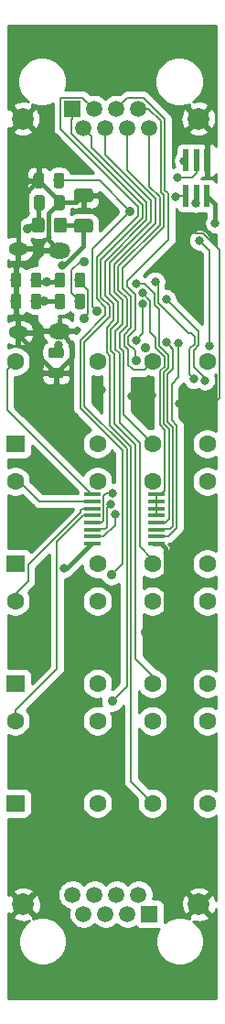
<source format=gbl>
G04 #@! TF.GenerationSoftware,KiCad,Pcbnew,(5.1.4)-1*
G04 #@! TF.CreationDate,2020-09-12T21:49:09-05:00*
G04 #@! TF.ProjectId,NetworkBreaker,4e657477-6f72-46b4-9272-65616b65722e,rev?*
G04 #@! TF.SameCoordinates,Original*
G04 #@! TF.FileFunction,Copper,L2,Bot*
G04 #@! TF.FilePolarity,Positive*
%FSLAX46Y46*%
G04 Gerber Fmt 4.6, Leading zero omitted, Abs format (unit mm)*
G04 Created by KiCad (PCBNEW (5.1.4)-1) date 2020-09-12 21:49:09*
%MOMM*%
%LPD*%
G04 APERTURE LIST*
%ADD10R,1.500000X0.450000*%
%ADD11C,1.600000*%
%ADD12R,1.800000X1.600000*%
%ADD13R,0.500000X2.000000*%
%ADD14C,0.150000*%
%ADD15C,0.975000*%
%ADD16C,1.150000*%
%ADD17C,1.250000*%
%ADD18O,1.800000X1.150000*%
%ADD19O,2.000000X1.450000*%
%ADD20C,2.000000*%
%ADD21C,1.500000*%
%ADD22R,1.500000X1.500000*%
%ADD23C,0.800000*%
%ADD24C,0.900000*%
%ADD25C,0.400000*%
%ADD26C,0.152400*%
%ADD27C,0.200000*%
%ADD28C,0.254000*%
G04 APERTURE END LIST*
D10*
X208480000Y-97625000D03*
X208480000Y-98275000D03*
X208480000Y-98925000D03*
X208480000Y-99575000D03*
X208480000Y-100225000D03*
X208480000Y-100875000D03*
X208480000Y-101525000D03*
X208480000Y-102175000D03*
X214380000Y-102175000D03*
X214380000Y-101525000D03*
X214380000Y-100875000D03*
X214380000Y-100225000D03*
X214380000Y-99575000D03*
X214380000Y-98925000D03*
X214380000Y-98275000D03*
X214380000Y-97625000D03*
D11*
X214030000Y-92940000D03*
X219110000Y-92940000D03*
X208950000Y-92940000D03*
X201330000Y-85320000D03*
D12*
X201330000Y-92940000D03*
D11*
X219110000Y-85320000D03*
X214030000Y-85320000D03*
X208950000Y-85320000D03*
X214030000Y-104020000D03*
X219110000Y-104020000D03*
X208950000Y-104020000D03*
X201330000Y-96400000D03*
D12*
X201330000Y-104020000D03*
D11*
X219110000Y-96400000D03*
X214030000Y-96400000D03*
X208950000Y-96400000D03*
X214030000Y-115100000D03*
X219110000Y-115100000D03*
X208950000Y-115100000D03*
X201330000Y-107480000D03*
D12*
X201330000Y-115100000D03*
D11*
X219110000Y-107480000D03*
X214030000Y-107480000D03*
X208950000Y-107480000D03*
X214030000Y-126180000D03*
X219110000Y-126180000D03*
X208950000Y-126180000D03*
X201330000Y-118560000D03*
D12*
X201330000Y-126180000D03*
D11*
X219110000Y-118560000D03*
X214030000Y-118560000D03*
X208950000Y-118560000D03*
D13*
X217097500Y-66701700D03*
X217097500Y-70001700D03*
X218097500Y-66701700D03*
X218097500Y-70001700D03*
X219097500Y-66701700D03*
X219097500Y-70001700D03*
D14*
G36*
X205730942Y-79061706D02*
G01*
X205754603Y-79065216D01*
X205777807Y-79071028D01*
X205800329Y-79079086D01*
X205821953Y-79089314D01*
X205842470Y-79101611D01*
X205861683Y-79115861D01*
X205879407Y-79131925D01*
X205895471Y-79149649D01*
X205909721Y-79168862D01*
X205922018Y-79189379D01*
X205932246Y-79211003D01*
X205940304Y-79233525D01*
X205946116Y-79256729D01*
X205949626Y-79280390D01*
X205950800Y-79304282D01*
X205950800Y-80216782D01*
X205949626Y-80240674D01*
X205946116Y-80264335D01*
X205940304Y-80287539D01*
X205932246Y-80310061D01*
X205922018Y-80331685D01*
X205909721Y-80352202D01*
X205895471Y-80371415D01*
X205879407Y-80389139D01*
X205861683Y-80405203D01*
X205842470Y-80419453D01*
X205821953Y-80431750D01*
X205800329Y-80441978D01*
X205777807Y-80450036D01*
X205754603Y-80455848D01*
X205730942Y-80459358D01*
X205707050Y-80460532D01*
X205219550Y-80460532D01*
X205195658Y-80459358D01*
X205171997Y-80455848D01*
X205148793Y-80450036D01*
X205126271Y-80441978D01*
X205104647Y-80431750D01*
X205084130Y-80419453D01*
X205064917Y-80405203D01*
X205047193Y-80389139D01*
X205031129Y-80371415D01*
X205016879Y-80352202D01*
X205004582Y-80331685D01*
X204994354Y-80310061D01*
X204986296Y-80287539D01*
X204980484Y-80264335D01*
X204976974Y-80240674D01*
X204975800Y-80216782D01*
X204975800Y-79304282D01*
X204976974Y-79280390D01*
X204980484Y-79256729D01*
X204986296Y-79233525D01*
X204994354Y-79211003D01*
X205004582Y-79189379D01*
X205016879Y-79168862D01*
X205031129Y-79149649D01*
X205047193Y-79131925D01*
X205064917Y-79115861D01*
X205084130Y-79101611D01*
X205104647Y-79089314D01*
X205126271Y-79079086D01*
X205148793Y-79071028D01*
X205171997Y-79065216D01*
X205195658Y-79061706D01*
X205219550Y-79060532D01*
X205707050Y-79060532D01*
X205730942Y-79061706D01*
X205730942Y-79061706D01*
G37*
D15*
X205463300Y-79760532D03*
D14*
G36*
X207605942Y-79061706D02*
G01*
X207629603Y-79065216D01*
X207652807Y-79071028D01*
X207675329Y-79079086D01*
X207696953Y-79089314D01*
X207717470Y-79101611D01*
X207736683Y-79115861D01*
X207754407Y-79131925D01*
X207770471Y-79149649D01*
X207784721Y-79168862D01*
X207797018Y-79189379D01*
X207807246Y-79211003D01*
X207815304Y-79233525D01*
X207821116Y-79256729D01*
X207824626Y-79280390D01*
X207825800Y-79304282D01*
X207825800Y-80216782D01*
X207824626Y-80240674D01*
X207821116Y-80264335D01*
X207815304Y-80287539D01*
X207807246Y-80310061D01*
X207797018Y-80331685D01*
X207784721Y-80352202D01*
X207770471Y-80371415D01*
X207754407Y-80389139D01*
X207736683Y-80405203D01*
X207717470Y-80419453D01*
X207696953Y-80431750D01*
X207675329Y-80441978D01*
X207652807Y-80450036D01*
X207629603Y-80455848D01*
X207605942Y-80459358D01*
X207582050Y-80460532D01*
X207094550Y-80460532D01*
X207070658Y-80459358D01*
X207046997Y-80455848D01*
X207023793Y-80450036D01*
X207001271Y-80441978D01*
X206979647Y-80431750D01*
X206959130Y-80419453D01*
X206939917Y-80405203D01*
X206922193Y-80389139D01*
X206906129Y-80371415D01*
X206891879Y-80352202D01*
X206879582Y-80331685D01*
X206869354Y-80310061D01*
X206861296Y-80287539D01*
X206855484Y-80264335D01*
X206851974Y-80240674D01*
X206850800Y-80216782D01*
X206850800Y-79304282D01*
X206851974Y-79280390D01*
X206855484Y-79256729D01*
X206861296Y-79233525D01*
X206869354Y-79211003D01*
X206879582Y-79189379D01*
X206891879Y-79168862D01*
X206906129Y-79149649D01*
X206922193Y-79131925D01*
X206939917Y-79115861D01*
X206959130Y-79101611D01*
X206979647Y-79089314D01*
X207001271Y-79079086D01*
X207023793Y-79071028D01*
X207046997Y-79065216D01*
X207070658Y-79061706D01*
X207094550Y-79060532D01*
X207582050Y-79060532D01*
X207605942Y-79061706D01*
X207605942Y-79061706D01*
G37*
D15*
X207338300Y-79760532D03*
D14*
G36*
X205730942Y-77101674D02*
G01*
X205754603Y-77105184D01*
X205777807Y-77110996D01*
X205800329Y-77119054D01*
X205821953Y-77129282D01*
X205842470Y-77141579D01*
X205861683Y-77155829D01*
X205879407Y-77171893D01*
X205895471Y-77189617D01*
X205909721Y-77208830D01*
X205922018Y-77229347D01*
X205932246Y-77250971D01*
X205940304Y-77273493D01*
X205946116Y-77296697D01*
X205949626Y-77320358D01*
X205950800Y-77344250D01*
X205950800Y-78256750D01*
X205949626Y-78280642D01*
X205946116Y-78304303D01*
X205940304Y-78327507D01*
X205932246Y-78350029D01*
X205922018Y-78371653D01*
X205909721Y-78392170D01*
X205895471Y-78411383D01*
X205879407Y-78429107D01*
X205861683Y-78445171D01*
X205842470Y-78459421D01*
X205821953Y-78471718D01*
X205800329Y-78481946D01*
X205777807Y-78490004D01*
X205754603Y-78495816D01*
X205730942Y-78499326D01*
X205707050Y-78500500D01*
X205219550Y-78500500D01*
X205195658Y-78499326D01*
X205171997Y-78495816D01*
X205148793Y-78490004D01*
X205126271Y-78481946D01*
X205104647Y-78471718D01*
X205084130Y-78459421D01*
X205064917Y-78445171D01*
X205047193Y-78429107D01*
X205031129Y-78411383D01*
X205016879Y-78392170D01*
X205004582Y-78371653D01*
X204994354Y-78350029D01*
X204986296Y-78327507D01*
X204980484Y-78304303D01*
X204976974Y-78280642D01*
X204975800Y-78256750D01*
X204975800Y-77344250D01*
X204976974Y-77320358D01*
X204980484Y-77296697D01*
X204986296Y-77273493D01*
X204994354Y-77250971D01*
X205004582Y-77229347D01*
X205016879Y-77208830D01*
X205031129Y-77189617D01*
X205047193Y-77171893D01*
X205064917Y-77155829D01*
X205084130Y-77141579D01*
X205104647Y-77129282D01*
X205126271Y-77119054D01*
X205148793Y-77110996D01*
X205171997Y-77105184D01*
X205195658Y-77101674D01*
X205219550Y-77100500D01*
X205707050Y-77100500D01*
X205730942Y-77101674D01*
X205730942Y-77101674D01*
G37*
D15*
X205463300Y-77800500D03*
D14*
G36*
X207605942Y-77101674D02*
G01*
X207629603Y-77105184D01*
X207652807Y-77110996D01*
X207675329Y-77119054D01*
X207696953Y-77129282D01*
X207717470Y-77141579D01*
X207736683Y-77155829D01*
X207754407Y-77171893D01*
X207770471Y-77189617D01*
X207784721Y-77208830D01*
X207797018Y-77229347D01*
X207807246Y-77250971D01*
X207815304Y-77273493D01*
X207821116Y-77296697D01*
X207824626Y-77320358D01*
X207825800Y-77344250D01*
X207825800Y-78256750D01*
X207824626Y-78280642D01*
X207821116Y-78304303D01*
X207815304Y-78327507D01*
X207807246Y-78350029D01*
X207797018Y-78371653D01*
X207784721Y-78392170D01*
X207770471Y-78411383D01*
X207754407Y-78429107D01*
X207736683Y-78445171D01*
X207717470Y-78459421D01*
X207696953Y-78471718D01*
X207675329Y-78481946D01*
X207652807Y-78490004D01*
X207629603Y-78495816D01*
X207605942Y-78499326D01*
X207582050Y-78500500D01*
X207094550Y-78500500D01*
X207070658Y-78499326D01*
X207046997Y-78495816D01*
X207023793Y-78490004D01*
X207001271Y-78481946D01*
X206979647Y-78471718D01*
X206959130Y-78459421D01*
X206939917Y-78445171D01*
X206922193Y-78429107D01*
X206906129Y-78411383D01*
X206891879Y-78392170D01*
X206879582Y-78371653D01*
X206869354Y-78350029D01*
X206861296Y-78327507D01*
X206855484Y-78304303D01*
X206851974Y-78280642D01*
X206850800Y-78256750D01*
X206850800Y-77344250D01*
X206851974Y-77320358D01*
X206855484Y-77296697D01*
X206861296Y-77273493D01*
X206869354Y-77250971D01*
X206879582Y-77229347D01*
X206891879Y-77208830D01*
X206906129Y-77189617D01*
X206922193Y-77171893D01*
X206939917Y-77155829D01*
X206959130Y-77141579D01*
X206979647Y-77129282D01*
X207001271Y-77119054D01*
X207023793Y-77110996D01*
X207046997Y-77105184D01*
X207070658Y-77101674D01*
X207094550Y-77100500D01*
X207582050Y-77100500D01*
X207605942Y-77101674D01*
X207605942Y-77101674D01*
G37*
D15*
X207338300Y-77800500D03*
D14*
G36*
X203820305Y-71996304D02*
G01*
X203844573Y-71999904D01*
X203868372Y-72005865D01*
X203891471Y-72014130D01*
X203913650Y-72024620D01*
X203934693Y-72037232D01*
X203954399Y-72051847D01*
X203972577Y-72068323D01*
X203989053Y-72086501D01*
X204003668Y-72106207D01*
X204016280Y-72127250D01*
X204026770Y-72149429D01*
X204035035Y-72172528D01*
X204040996Y-72196327D01*
X204044596Y-72220595D01*
X204045800Y-72245099D01*
X204045800Y-73145101D01*
X204044596Y-73169605D01*
X204040996Y-73193873D01*
X204035035Y-73217672D01*
X204026770Y-73240771D01*
X204016280Y-73262950D01*
X204003668Y-73283993D01*
X203989053Y-73303699D01*
X203972577Y-73321877D01*
X203954399Y-73338353D01*
X203934693Y-73352968D01*
X203913650Y-73365580D01*
X203891471Y-73376070D01*
X203868372Y-73384335D01*
X203844573Y-73390296D01*
X203820305Y-73393896D01*
X203795801Y-73395100D01*
X203145799Y-73395100D01*
X203121295Y-73393896D01*
X203097027Y-73390296D01*
X203073228Y-73384335D01*
X203050129Y-73376070D01*
X203027950Y-73365580D01*
X203006907Y-73352968D01*
X202987201Y-73338353D01*
X202969023Y-73321877D01*
X202952547Y-73303699D01*
X202937932Y-73283993D01*
X202925320Y-73262950D01*
X202914830Y-73240771D01*
X202906565Y-73217672D01*
X202900604Y-73193873D01*
X202897004Y-73169605D01*
X202895800Y-73145101D01*
X202895800Y-72245099D01*
X202897004Y-72220595D01*
X202900604Y-72196327D01*
X202906565Y-72172528D01*
X202914830Y-72149429D01*
X202925320Y-72127250D01*
X202937932Y-72106207D01*
X202952547Y-72086501D01*
X202969023Y-72068323D01*
X202987201Y-72051847D01*
X203006907Y-72037232D01*
X203027950Y-72024620D01*
X203050129Y-72014130D01*
X203073228Y-72005865D01*
X203097027Y-71999904D01*
X203121295Y-71996304D01*
X203145799Y-71995100D01*
X203795801Y-71995100D01*
X203820305Y-71996304D01*
X203820305Y-71996304D01*
G37*
D16*
X203470800Y-72695100D03*
D14*
G36*
X205870305Y-71996304D02*
G01*
X205894573Y-71999904D01*
X205918372Y-72005865D01*
X205941471Y-72014130D01*
X205963650Y-72024620D01*
X205984693Y-72037232D01*
X206004399Y-72051847D01*
X206022577Y-72068323D01*
X206039053Y-72086501D01*
X206053668Y-72106207D01*
X206066280Y-72127250D01*
X206076770Y-72149429D01*
X206085035Y-72172528D01*
X206090996Y-72196327D01*
X206094596Y-72220595D01*
X206095800Y-72245099D01*
X206095800Y-73145101D01*
X206094596Y-73169605D01*
X206090996Y-73193873D01*
X206085035Y-73217672D01*
X206076770Y-73240771D01*
X206066280Y-73262950D01*
X206053668Y-73283993D01*
X206039053Y-73303699D01*
X206022577Y-73321877D01*
X206004399Y-73338353D01*
X205984693Y-73352968D01*
X205963650Y-73365580D01*
X205941471Y-73376070D01*
X205918372Y-73384335D01*
X205894573Y-73390296D01*
X205870305Y-73393896D01*
X205845801Y-73395100D01*
X205195799Y-73395100D01*
X205171295Y-73393896D01*
X205147027Y-73390296D01*
X205123228Y-73384335D01*
X205100129Y-73376070D01*
X205077950Y-73365580D01*
X205056907Y-73352968D01*
X205037201Y-73338353D01*
X205019023Y-73321877D01*
X205002547Y-73303699D01*
X204987932Y-73283993D01*
X204975320Y-73262950D01*
X204964830Y-73240771D01*
X204956565Y-73217672D01*
X204950604Y-73193873D01*
X204947004Y-73169605D01*
X204945800Y-73145101D01*
X204945800Y-72245099D01*
X204947004Y-72220595D01*
X204950604Y-72196327D01*
X204956565Y-72172528D01*
X204964830Y-72149429D01*
X204975320Y-72127250D01*
X204987932Y-72106207D01*
X205002547Y-72086501D01*
X205019023Y-72068323D01*
X205037201Y-72051847D01*
X205056907Y-72037232D01*
X205077950Y-72024620D01*
X205100129Y-72014130D01*
X205123228Y-72005865D01*
X205147027Y-71999904D01*
X205171295Y-71996304D01*
X205195799Y-71995100D01*
X205845801Y-71995100D01*
X205870305Y-71996304D01*
X205870305Y-71996304D01*
G37*
D16*
X205520800Y-72695100D03*
D14*
G36*
X205700942Y-69926174D02*
G01*
X205724603Y-69929684D01*
X205747807Y-69935496D01*
X205770329Y-69943554D01*
X205791953Y-69953782D01*
X205812470Y-69966079D01*
X205831683Y-69980329D01*
X205849407Y-69996393D01*
X205865471Y-70014117D01*
X205879721Y-70033330D01*
X205892018Y-70053847D01*
X205902246Y-70075471D01*
X205910304Y-70097993D01*
X205916116Y-70121197D01*
X205919626Y-70144858D01*
X205920800Y-70168750D01*
X205920800Y-71081250D01*
X205919626Y-71105142D01*
X205916116Y-71128803D01*
X205910304Y-71152007D01*
X205902246Y-71174529D01*
X205892018Y-71196153D01*
X205879721Y-71216670D01*
X205865471Y-71235883D01*
X205849407Y-71253607D01*
X205831683Y-71269671D01*
X205812470Y-71283921D01*
X205791953Y-71296218D01*
X205770329Y-71306446D01*
X205747807Y-71314504D01*
X205724603Y-71320316D01*
X205700942Y-71323826D01*
X205677050Y-71325000D01*
X205189550Y-71325000D01*
X205165658Y-71323826D01*
X205141997Y-71320316D01*
X205118793Y-71314504D01*
X205096271Y-71306446D01*
X205074647Y-71296218D01*
X205054130Y-71283921D01*
X205034917Y-71269671D01*
X205017193Y-71253607D01*
X205001129Y-71235883D01*
X204986879Y-71216670D01*
X204974582Y-71196153D01*
X204964354Y-71174529D01*
X204956296Y-71152007D01*
X204950484Y-71128803D01*
X204946974Y-71105142D01*
X204945800Y-71081250D01*
X204945800Y-70168750D01*
X204946974Y-70144858D01*
X204950484Y-70121197D01*
X204956296Y-70097993D01*
X204964354Y-70075471D01*
X204974582Y-70053847D01*
X204986879Y-70033330D01*
X205001129Y-70014117D01*
X205017193Y-69996393D01*
X205034917Y-69980329D01*
X205054130Y-69966079D01*
X205074647Y-69953782D01*
X205096271Y-69943554D01*
X205118793Y-69935496D01*
X205141997Y-69929684D01*
X205165658Y-69926174D01*
X205189550Y-69925000D01*
X205677050Y-69925000D01*
X205700942Y-69926174D01*
X205700942Y-69926174D01*
G37*
D15*
X205433300Y-70625000D03*
D14*
G36*
X203825942Y-69926174D02*
G01*
X203849603Y-69929684D01*
X203872807Y-69935496D01*
X203895329Y-69943554D01*
X203916953Y-69953782D01*
X203937470Y-69966079D01*
X203956683Y-69980329D01*
X203974407Y-69996393D01*
X203990471Y-70014117D01*
X204004721Y-70033330D01*
X204017018Y-70053847D01*
X204027246Y-70075471D01*
X204035304Y-70097993D01*
X204041116Y-70121197D01*
X204044626Y-70144858D01*
X204045800Y-70168750D01*
X204045800Y-71081250D01*
X204044626Y-71105142D01*
X204041116Y-71128803D01*
X204035304Y-71152007D01*
X204027246Y-71174529D01*
X204017018Y-71196153D01*
X204004721Y-71216670D01*
X203990471Y-71235883D01*
X203974407Y-71253607D01*
X203956683Y-71269671D01*
X203937470Y-71283921D01*
X203916953Y-71296218D01*
X203895329Y-71306446D01*
X203872807Y-71314504D01*
X203849603Y-71320316D01*
X203825942Y-71323826D01*
X203802050Y-71325000D01*
X203314550Y-71325000D01*
X203290658Y-71323826D01*
X203266997Y-71320316D01*
X203243793Y-71314504D01*
X203221271Y-71306446D01*
X203199647Y-71296218D01*
X203179130Y-71283921D01*
X203159917Y-71269671D01*
X203142193Y-71253607D01*
X203126129Y-71235883D01*
X203111879Y-71216670D01*
X203099582Y-71196153D01*
X203089354Y-71174529D01*
X203081296Y-71152007D01*
X203075484Y-71128803D01*
X203071974Y-71105142D01*
X203070800Y-71081250D01*
X203070800Y-70168750D01*
X203071974Y-70144858D01*
X203075484Y-70121197D01*
X203081296Y-70097993D01*
X203089354Y-70075471D01*
X203099582Y-70053847D01*
X203111879Y-70033330D01*
X203126129Y-70014117D01*
X203142193Y-69996393D01*
X203159917Y-69980329D01*
X203179130Y-69966079D01*
X203199647Y-69953782D01*
X203221271Y-69943554D01*
X203243793Y-69935496D01*
X203266997Y-69929684D01*
X203290658Y-69926174D01*
X203314550Y-69925000D01*
X203802050Y-69925000D01*
X203825942Y-69926174D01*
X203825942Y-69926174D01*
G37*
D15*
X203558300Y-70625000D03*
D14*
G36*
X203775142Y-67881474D02*
G01*
X203798803Y-67884984D01*
X203822007Y-67890796D01*
X203844529Y-67898854D01*
X203866153Y-67909082D01*
X203886670Y-67921379D01*
X203905883Y-67935629D01*
X203923607Y-67951693D01*
X203939671Y-67969417D01*
X203953921Y-67988630D01*
X203966218Y-68009147D01*
X203976446Y-68030771D01*
X203984504Y-68053293D01*
X203990316Y-68076497D01*
X203993826Y-68100158D01*
X203995000Y-68124050D01*
X203995000Y-69036550D01*
X203993826Y-69060442D01*
X203990316Y-69084103D01*
X203984504Y-69107307D01*
X203976446Y-69129829D01*
X203966218Y-69151453D01*
X203953921Y-69171970D01*
X203939671Y-69191183D01*
X203923607Y-69208907D01*
X203905883Y-69224971D01*
X203886670Y-69239221D01*
X203866153Y-69251518D01*
X203844529Y-69261746D01*
X203822007Y-69269804D01*
X203798803Y-69275616D01*
X203775142Y-69279126D01*
X203751250Y-69280300D01*
X203263750Y-69280300D01*
X203239858Y-69279126D01*
X203216197Y-69275616D01*
X203192993Y-69269804D01*
X203170471Y-69261746D01*
X203148847Y-69251518D01*
X203128330Y-69239221D01*
X203109117Y-69224971D01*
X203091393Y-69208907D01*
X203075329Y-69191183D01*
X203061079Y-69171970D01*
X203048782Y-69151453D01*
X203038554Y-69129829D01*
X203030496Y-69107307D01*
X203024684Y-69084103D01*
X203021174Y-69060442D01*
X203020000Y-69036550D01*
X203020000Y-68124050D01*
X203021174Y-68100158D01*
X203024684Y-68076497D01*
X203030496Y-68053293D01*
X203038554Y-68030771D01*
X203048782Y-68009147D01*
X203061079Y-67988630D01*
X203075329Y-67969417D01*
X203091393Y-67951693D01*
X203109117Y-67935629D01*
X203128330Y-67921379D01*
X203148847Y-67909082D01*
X203170471Y-67898854D01*
X203192993Y-67890796D01*
X203216197Y-67884984D01*
X203239858Y-67881474D01*
X203263750Y-67880300D01*
X203751250Y-67880300D01*
X203775142Y-67881474D01*
X203775142Y-67881474D01*
G37*
D15*
X203507500Y-68580300D03*
D14*
G36*
X205650142Y-67881474D02*
G01*
X205673803Y-67884984D01*
X205697007Y-67890796D01*
X205719529Y-67898854D01*
X205741153Y-67909082D01*
X205761670Y-67921379D01*
X205780883Y-67935629D01*
X205798607Y-67951693D01*
X205814671Y-67969417D01*
X205828921Y-67988630D01*
X205841218Y-68009147D01*
X205851446Y-68030771D01*
X205859504Y-68053293D01*
X205865316Y-68076497D01*
X205868826Y-68100158D01*
X205870000Y-68124050D01*
X205870000Y-69036550D01*
X205868826Y-69060442D01*
X205865316Y-69084103D01*
X205859504Y-69107307D01*
X205851446Y-69129829D01*
X205841218Y-69151453D01*
X205828921Y-69171970D01*
X205814671Y-69191183D01*
X205798607Y-69208907D01*
X205780883Y-69224971D01*
X205761670Y-69239221D01*
X205741153Y-69251518D01*
X205719529Y-69261746D01*
X205697007Y-69269804D01*
X205673803Y-69275616D01*
X205650142Y-69279126D01*
X205626250Y-69280300D01*
X205138750Y-69280300D01*
X205114858Y-69279126D01*
X205091197Y-69275616D01*
X205067993Y-69269804D01*
X205045471Y-69261746D01*
X205023847Y-69251518D01*
X205003330Y-69239221D01*
X204984117Y-69224971D01*
X204966393Y-69208907D01*
X204950329Y-69191183D01*
X204936079Y-69171970D01*
X204923782Y-69151453D01*
X204913554Y-69129829D01*
X204905496Y-69107307D01*
X204899684Y-69084103D01*
X204896174Y-69060442D01*
X204895000Y-69036550D01*
X204895000Y-68124050D01*
X204896174Y-68100158D01*
X204899684Y-68076497D01*
X204905496Y-68053293D01*
X204913554Y-68030771D01*
X204923782Y-68009147D01*
X204936079Y-67988630D01*
X204950329Y-67969417D01*
X204966393Y-67951693D01*
X204984117Y-67935629D01*
X205003330Y-67921379D01*
X205023847Y-67909082D01*
X205045471Y-67898854D01*
X205067993Y-67890796D01*
X205091197Y-67884984D01*
X205114858Y-67881474D01*
X205138750Y-67880300D01*
X205626250Y-67880300D01*
X205650142Y-67881474D01*
X205650142Y-67881474D01*
G37*
D15*
X205382500Y-68580300D03*
D14*
G36*
X201666942Y-79061706D02*
G01*
X201690603Y-79065216D01*
X201713807Y-79071028D01*
X201736329Y-79079086D01*
X201757953Y-79089314D01*
X201778470Y-79101611D01*
X201797683Y-79115861D01*
X201815407Y-79131925D01*
X201831471Y-79149649D01*
X201845721Y-79168862D01*
X201858018Y-79189379D01*
X201868246Y-79211003D01*
X201876304Y-79233525D01*
X201882116Y-79256729D01*
X201885626Y-79280390D01*
X201886800Y-79304282D01*
X201886800Y-80216782D01*
X201885626Y-80240674D01*
X201882116Y-80264335D01*
X201876304Y-80287539D01*
X201868246Y-80310061D01*
X201858018Y-80331685D01*
X201845721Y-80352202D01*
X201831471Y-80371415D01*
X201815407Y-80389139D01*
X201797683Y-80405203D01*
X201778470Y-80419453D01*
X201757953Y-80431750D01*
X201736329Y-80441978D01*
X201713807Y-80450036D01*
X201690603Y-80455848D01*
X201666942Y-80459358D01*
X201643050Y-80460532D01*
X201155550Y-80460532D01*
X201131658Y-80459358D01*
X201107997Y-80455848D01*
X201084793Y-80450036D01*
X201062271Y-80441978D01*
X201040647Y-80431750D01*
X201020130Y-80419453D01*
X201000917Y-80405203D01*
X200983193Y-80389139D01*
X200967129Y-80371415D01*
X200952879Y-80352202D01*
X200940582Y-80331685D01*
X200930354Y-80310061D01*
X200922296Y-80287539D01*
X200916484Y-80264335D01*
X200912974Y-80240674D01*
X200911800Y-80216782D01*
X200911800Y-79304282D01*
X200912974Y-79280390D01*
X200916484Y-79256729D01*
X200922296Y-79233525D01*
X200930354Y-79211003D01*
X200940582Y-79189379D01*
X200952879Y-79168862D01*
X200967129Y-79149649D01*
X200983193Y-79131925D01*
X201000917Y-79115861D01*
X201020130Y-79101611D01*
X201040647Y-79089314D01*
X201062271Y-79079086D01*
X201084793Y-79071028D01*
X201107997Y-79065216D01*
X201131658Y-79061706D01*
X201155550Y-79060532D01*
X201643050Y-79060532D01*
X201666942Y-79061706D01*
X201666942Y-79061706D01*
G37*
D15*
X201399300Y-79760532D03*
D14*
G36*
X203541942Y-79061706D02*
G01*
X203565603Y-79065216D01*
X203588807Y-79071028D01*
X203611329Y-79079086D01*
X203632953Y-79089314D01*
X203653470Y-79101611D01*
X203672683Y-79115861D01*
X203690407Y-79131925D01*
X203706471Y-79149649D01*
X203720721Y-79168862D01*
X203733018Y-79189379D01*
X203743246Y-79211003D01*
X203751304Y-79233525D01*
X203757116Y-79256729D01*
X203760626Y-79280390D01*
X203761800Y-79304282D01*
X203761800Y-80216782D01*
X203760626Y-80240674D01*
X203757116Y-80264335D01*
X203751304Y-80287539D01*
X203743246Y-80310061D01*
X203733018Y-80331685D01*
X203720721Y-80352202D01*
X203706471Y-80371415D01*
X203690407Y-80389139D01*
X203672683Y-80405203D01*
X203653470Y-80419453D01*
X203632953Y-80431750D01*
X203611329Y-80441978D01*
X203588807Y-80450036D01*
X203565603Y-80455848D01*
X203541942Y-80459358D01*
X203518050Y-80460532D01*
X203030550Y-80460532D01*
X203006658Y-80459358D01*
X202982997Y-80455848D01*
X202959793Y-80450036D01*
X202937271Y-80441978D01*
X202915647Y-80431750D01*
X202895130Y-80419453D01*
X202875917Y-80405203D01*
X202858193Y-80389139D01*
X202842129Y-80371415D01*
X202827879Y-80352202D01*
X202815582Y-80331685D01*
X202805354Y-80310061D01*
X202797296Y-80287539D01*
X202791484Y-80264335D01*
X202787974Y-80240674D01*
X202786800Y-80216782D01*
X202786800Y-79304282D01*
X202787974Y-79280390D01*
X202791484Y-79256729D01*
X202797296Y-79233525D01*
X202805354Y-79211003D01*
X202815582Y-79189379D01*
X202827879Y-79168862D01*
X202842129Y-79149649D01*
X202858193Y-79131925D01*
X202875917Y-79115861D01*
X202895130Y-79101611D01*
X202915647Y-79089314D01*
X202937271Y-79079086D01*
X202959793Y-79071028D01*
X202982997Y-79065216D01*
X203006658Y-79061706D01*
X203030550Y-79060532D01*
X203518050Y-79060532D01*
X203541942Y-79061706D01*
X203541942Y-79061706D01*
G37*
D15*
X203274300Y-79760532D03*
D14*
G36*
X201666942Y-77101674D02*
G01*
X201690603Y-77105184D01*
X201713807Y-77110996D01*
X201736329Y-77119054D01*
X201757953Y-77129282D01*
X201778470Y-77141579D01*
X201797683Y-77155829D01*
X201815407Y-77171893D01*
X201831471Y-77189617D01*
X201845721Y-77208830D01*
X201858018Y-77229347D01*
X201868246Y-77250971D01*
X201876304Y-77273493D01*
X201882116Y-77296697D01*
X201885626Y-77320358D01*
X201886800Y-77344250D01*
X201886800Y-78256750D01*
X201885626Y-78280642D01*
X201882116Y-78304303D01*
X201876304Y-78327507D01*
X201868246Y-78350029D01*
X201858018Y-78371653D01*
X201845721Y-78392170D01*
X201831471Y-78411383D01*
X201815407Y-78429107D01*
X201797683Y-78445171D01*
X201778470Y-78459421D01*
X201757953Y-78471718D01*
X201736329Y-78481946D01*
X201713807Y-78490004D01*
X201690603Y-78495816D01*
X201666942Y-78499326D01*
X201643050Y-78500500D01*
X201155550Y-78500500D01*
X201131658Y-78499326D01*
X201107997Y-78495816D01*
X201084793Y-78490004D01*
X201062271Y-78481946D01*
X201040647Y-78471718D01*
X201020130Y-78459421D01*
X201000917Y-78445171D01*
X200983193Y-78429107D01*
X200967129Y-78411383D01*
X200952879Y-78392170D01*
X200940582Y-78371653D01*
X200930354Y-78350029D01*
X200922296Y-78327507D01*
X200916484Y-78304303D01*
X200912974Y-78280642D01*
X200911800Y-78256750D01*
X200911800Y-77344250D01*
X200912974Y-77320358D01*
X200916484Y-77296697D01*
X200922296Y-77273493D01*
X200930354Y-77250971D01*
X200940582Y-77229347D01*
X200952879Y-77208830D01*
X200967129Y-77189617D01*
X200983193Y-77171893D01*
X201000917Y-77155829D01*
X201020130Y-77141579D01*
X201040647Y-77129282D01*
X201062271Y-77119054D01*
X201084793Y-77110996D01*
X201107997Y-77105184D01*
X201131658Y-77101674D01*
X201155550Y-77100500D01*
X201643050Y-77100500D01*
X201666942Y-77101674D01*
X201666942Y-77101674D01*
G37*
D15*
X201399300Y-77800500D03*
D14*
G36*
X203541942Y-77101674D02*
G01*
X203565603Y-77105184D01*
X203588807Y-77110996D01*
X203611329Y-77119054D01*
X203632953Y-77129282D01*
X203653470Y-77141579D01*
X203672683Y-77155829D01*
X203690407Y-77171893D01*
X203706471Y-77189617D01*
X203720721Y-77208830D01*
X203733018Y-77229347D01*
X203743246Y-77250971D01*
X203751304Y-77273493D01*
X203757116Y-77296697D01*
X203760626Y-77320358D01*
X203761800Y-77344250D01*
X203761800Y-78256750D01*
X203760626Y-78280642D01*
X203757116Y-78304303D01*
X203751304Y-78327507D01*
X203743246Y-78350029D01*
X203733018Y-78371653D01*
X203720721Y-78392170D01*
X203706471Y-78411383D01*
X203690407Y-78429107D01*
X203672683Y-78445171D01*
X203653470Y-78459421D01*
X203632953Y-78471718D01*
X203611329Y-78481946D01*
X203588807Y-78490004D01*
X203565603Y-78495816D01*
X203541942Y-78499326D01*
X203518050Y-78500500D01*
X203030550Y-78500500D01*
X203006658Y-78499326D01*
X202982997Y-78495816D01*
X202959793Y-78490004D01*
X202937271Y-78481946D01*
X202915647Y-78471718D01*
X202895130Y-78459421D01*
X202875917Y-78445171D01*
X202858193Y-78429107D01*
X202842129Y-78411383D01*
X202827879Y-78392170D01*
X202815582Y-78371653D01*
X202805354Y-78350029D01*
X202797296Y-78327507D01*
X202791484Y-78304303D01*
X202787974Y-78280642D01*
X202786800Y-78256750D01*
X202786800Y-77344250D01*
X202787974Y-77320358D01*
X202791484Y-77296697D01*
X202797296Y-77273493D01*
X202805354Y-77250971D01*
X202815582Y-77229347D01*
X202827879Y-77208830D01*
X202842129Y-77189617D01*
X202858193Y-77171893D01*
X202875917Y-77155829D01*
X202895130Y-77141579D01*
X202915647Y-77129282D01*
X202937271Y-77119054D01*
X202959793Y-77110996D01*
X202982997Y-77105184D01*
X203006658Y-77101674D01*
X203030550Y-77100500D01*
X203518050Y-77100500D01*
X203541942Y-77101674D01*
X203541942Y-77101674D01*
G37*
D15*
X203274300Y-77800500D03*
D14*
G36*
X208307604Y-69337804D02*
G01*
X208331873Y-69341404D01*
X208355671Y-69347365D01*
X208378771Y-69355630D01*
X208400949Y-69366120D01*
X208421993Y-69378733D01*
X208441698Y-69393347D01*
X208459877Y-69409823D01*
X208476353Y-69428002D01*
X208490967Y-69447707D01*
X208503580Y-69468751D01*
X208514070Y-69490929D01*
X208522335Y-69514029D01*
X208528296Y-69537827D01*
X208531896Y-69562096D01*
X208533100Y-69586600D01*
X208533100Y-70336600D01*
X208531896Y-70361104D01*
X208528296Y-70385373D01*
X208522335Y-70409171D01*
X208514070Y-70432271D01*
X208503580Y-70454449D01*
X208490967Y-70475493D01*
X208476353Y-70495198D01*
X208459877Y-70513377D01*
X208441698Y-70529853D01*
X208421993Y-70544467D01*
X208400949Y-70557080D01*
X208378771Y-70567570D01*
X208355671Y-70575835D01*
X208331873Y-70581796D01*
X208307604Y-70585396D01*
X208283100Y-70586600D01*
X207033100Y-70586600D01*
X207008596Y-70585396D01*
X206984327Y-70581796D01*
X206960529Y-70575835D01*
X206937429Y-70567570D01*
X206915251Y-70557080D01*
X206894207Y-70544467D01*
X206874502Y-70529853D01*
X206856323Y-70513377D01*
X206839847Y-70495198D01*
X206825233Y-70475493D01*
X206812620Y-70454449D01*
X206802130Y-70432271D01*
X206793865Y-70409171D01*
X206787904Y-70385373D01*
X206784304Y-70361104D01*
X206783100Y-70336600D01*
X206783100Y-69586600D01*
X206784304Y-69562096D01*
X206787904Y-69537827D01*
X206793865Y-69514029D01*
X206802130Y-69490929D01*
X206812620Y-69468751D01*
X206825233Y-69447707D01*
X206839847Y-69428002D01*
X206856323Y-69409823D01*
X206874502Y-69393347D01*
X206894207Y-69378733D01*
X206915251Y-69366120D01*
X206937429Y-69355630D01*
X206960529Y-69347365D01*
X206984327Y-69341404D01*
X207008596Y-69337804D01*
X207033100Y-69336600D01*
X208283100Y-69336600D01*
X208307604Y-69337804D01*
X208307604Y-69337804D01*
G37*
D17*
X207658100Y-69961600D03*
D14*
G36*
X208307604Y-72137804D02*
G01*
X208331873Y-72141404D01*
X208355671Y-72147365D01*
X208378771Y-72155630D01*
X208400949Y-72166120D01*
X208421993Y-72178733D01*
X208441698Y-72193347D01*
X208459877Y-72209823D01*
X208476353Y-72228002D01*
X208490967Y-72247707D01*
X208503580Y-72268751D01*
X208514070Y-72290929D01*
X208522335Y-72314029D01*
X208528296Y-72337827D01*
X208531896Y-72362096D01*
X208533100Y-72386600D01*
X208533100Y-73136600D01*
X208531896Y-73161104D01*
X208528296Y-73185373D01*
X208522335Y-73209171D01*
X208514070Y-73232271D01*
X208503580Y-73254449D01*
X208490967Y-73275493D01*
X208476353Y-73295198D01*
X208459877Y-73313377D01*
X208441698Y-73329853D01*
X208421993Y-73344467D01*
X208400949Y-73357080D01*
X208378771Y-73367570D01*
X208355671Y-73375835D01*
X208331873Y-73381796D01*
X208307604Y-73385396D01*
X208283100Y-73386600D01*
X207033100Y-73386600D01*
X207008596Y-73385396D01*
X206984327Y-73381796D01*
X206960529Y-73375835D01*
X206937429Y-73367570D01*
X206915251Y-73357080D01*
X206894207Y-73344467D01*
X206874502Y-73329853D01*
X206856323Y-73313377D01*
X206839847Y-73295198D01*
X206825233Y-73275493D01*
X206812620Y-73254449D01*
X206802130Y-73232271D01*
X206793865Y-73209171D01*
X206787904Y-73185373D01*
X206784304Y-73161104D01*
X206783100Y-73136600D01*
X206783100Y-72386600D01*
X206784304Y-72362096D01*
X206787904Y-72337827D01*
X206793865Y-72314029D01*
X206802130Y-72290929D01*
X206812620Y-72268751D01*
X206825233Y-72247707D01*
X206839847Y-72228002D01*
X206856323Y-72209823D01*
X206874502Y-72193347D01*
X206894207Y-72178733D01*
X206915251Y-72166120D01*
X206937429Y-72155630D01*
X206960529Y-72147365D01*
X206984327Y-72141404D01*
X207008596Y-72137804D01*
X207033100Y-72136600D01*
X208283100Y-72136600D01*
X208307604Y-72137804D01*
X208307604Y-72137804D01*
G37*
D17*
X207658100Y-72761600D03*
D14*
G36*
X205598242Y-85897074D02*
G01*
X205621903Y-85900584D01*
X205645107Y-85906396D01*
X205667629Y-85914454D01*
X205689253Y-85924682D01*
X205709770Y-85936979D01*
X205728983Y-85951229D01*
X205746707Y-85967293D01*
X205762771Y-85985017D01*
X205777021Y-86004230D01*
X205789318Y-86024747D01*
X205799546Y-86046371D01*
X205807604Y-86068893D01*
X205813416Y-86092097D01*
X205816926Y-86115758D01*
X205818100Y-86139650D01*
X205818100Y-86627150D01*
X205816926Y-86651042D01*
X205813416Y-86674703D01*
X205807604Y-86697907D01*
X205799546Y-86720429D01*
X205789318Y-86742053D01*
X205777021Y-86762570D01*
X205762771Y-86781783D01*
X205746707Y-86799507D01*
X205728983Y-86815571D01*
X205709770Y-86829821D01*
X205689253Y-86842118D01*
X205667629Y-86852346D01*
X205645107Y-86860404D01*
X205621903Y-86866216D01*
X205598242Y-86869726D01*
X205574350Y-86870900D01*
X204661850Y-86870900D01*
X204637958Y-86869726D01*
X204614297Y-86866216D01*
X204591093Y-86860404D01*
X204568571Y-86852346D01*
X204546947Y-86842118D01*
X204526430Y-86829821D01*
X204507217Y-86815571D01*
X204489493Y-86799507D01*
X204473429Y-86781783D01*
X204459179Y-86762570D01*
X204446882Y-86742053D01*
X204436654Y-86720429D01*
X204428596Y-86697907D01*
X204422784Y-86674703D01*
X204419274Y-86651042D01*
X204418100Y-86627150D01*
X204418100Y-86139650D01*
X204419274Y-86115758D01*
X204422784Y-86092097D01*
X204428596Y-86068893D01*
X204436654Y-86046371D01*
X204446882Y-86024747D01*
X204459179Y-86004230D01*
X204473429Y-85985017D01*
X204489493Y-85967293D01*
X204507217Y-85951229D01*
X204526430Y-85936979D01*
X204546947Y-85924682D01*
X204568571Y-85914454D01*
X204591093Y-85906396D01*
X204614297Y-85900584D01*
X204637958Y-85897074D01*
X204661850Y-85895900D01*
X205574350Y-85895900D01*
X205598242Y-85897074D01*
X205598242Y-85897074D01*
G37*
D15*
X205118100Y-86383400D03*
D14*
G36*
X205598242Y-84022074D02*
G01*
X205621903Y-84025584D01*
X205645107Y-84031396D01*
X205667629Y-84039454D01*
X205689253Y-84049682D01*
X205709770Y-84061979D01*
X205728983Y-84076229D01*
X205746707Y-84092293D01*
X205762771Y-84110017D01*
X205777021Y-84129230D01*
X205789318Y-84149747D01*
X205799546Y-84171371D01*
X205807604Y-84193893D01*
X205813416Y-84217097D01*
X205816926Y-84240758D01*
X205818100Y-84264650D01*
X205818100Y-84752150D01*
X205816926Y-84776042D01*
X205813416Y-84799703D01*
X205807604Y-84822907D01*
X205799546Y-84845429D01*
X205789318Y-84867053D01*
X205777021Y-84887570D01*
X205762771Y-84906783D01*
X205746707Y-84924507D01*
X205728983Y-84940571D01*
X205709770Y-84954821D01*
X205689253Y-84967118D01*
X205667629Y-84977346D01*
X205645107Y-84985404D01*
X205621903Y-84991216D01*
X205598242Y-84994726D01*
X205574350Y-84995900D01*
X204661850Y-84995900D01*
X204637958Y-84994726D01*
X204614297Y-84991216D01*
X204591093Y-84985404D01*
X204568571Y-84977346D01*
X204546947Y-84967118D01*
X204526430Y-84954821D01*
X204507217Y-84940571D01*
X204489493Y-84924507D01*
X204473429Y-84906783D01*
X204459179Y-84887570D01*
X204446882Y-84867053D01*
X204436654Y-84845429D01*
X204428596Y-84822907D01*
X204422784Y-84799703D01*
X204419274Y-84776042D01*
X204418100Y-84752150D01*
X204418100Y-84264650D01*
X204419274Y-84240758D01*
X204422784Y-84217097D01*
X204428596Y-84193893D01*
X204436654Y-84171371D01*
X204446882Y-84149747D01*
X204459179Y-84129230D01*
X204473429Y-84110017D01*
X204489493Y-84092293D01*
X204507217Y-84076229D01*
X204526430Y-84061979D01*
X204546947Y-84049682D01*
X204568571Y-84039454D01*
X204591093Y-84031396D01*
X204614297Y-84025584D01*
X204637958Y-84022074D01*
X204661850Y-84020900D01*
X205574350Y-84020900D01*
X205598242Y-84022074D01*
X205598242Y-84022074D01*
G37*
D15*
X205118100Y-84508400D03*
D18*
X201606000Y-82653400D03*
X201606000Y-74903400D03*
D19*
X205406000Y-82503400D03*
X205406000Y-75053400D03*
D20*
X202034000Y-62853600D03*
X218294000Y-62853600D03*
D21*
X213744000Y-63743600D03*
X211704000Y-63743600D03*
X209664000Y-63743600D03*
X207624000Y-63743600D03*
X212724000Y-61963600D03*
X210684000Y-61963600D03*
X208644000Y-61963600D03*
D22*
X206604000Y-61963600D03*
D20*
X218344800Y-135546400D03*
X202084800Y-135546400D03*
D21*
X206634800Y-134656400D03*
X208674800Y-134656400D03*
X210714800Y-134656400D03*
X212754800Y-134656400D03*
X207654800Y-136436400D03*
X209694800Y-136436400D03*
X211734800Y-136436400D03*
D22*
X213774800Y-136436400D03*
D23*
X205520800Y-72695100D03*
X205883210Y-104419700D03*
X205664200Y-76467000D03*
X205326425Y-83828400D03*
X219858982Y-72522825D03*
D24*
X213355918Y-84036210D03*
X213512800Y-121691700D03*
X213398500Y-110414100D03*
D23*
X217754600Y-73139600D03*
X207493000Y-91364100D03*
X209296400Y-87922400D03*
X204521200Y-99733400D03*
X204521200Y-96431400D03*
X212128500Y-88544700D03*
X204483100Y-89116200D03*
X204178300Y-109360000D03*
X201231900Y-99415900D03*
X201562100Y-110477600D03*
X201320800Y-121615500D03*
X214004988Y-88455800D03*
X216548100Y-89205100D03*
X219253200Y-89687700D03*
X209436100Y-70828200D03*
D24*
X212550000Y-85270000D03*
X210236200Y-105054700D03*
X210312400Y-116726000D03*
X207698510Y-81337226D03*
X208920605Y-80671999D03*
X211965012Y-71411559D03*
D23*
X216974520Y-66741134D03*
X216215100Y-70077817D03*
X216357600Y-68275500D03*
X218043590Y-70632116D03*
D24*
X204224822Y-77994513D03*
X204034368Y-79760532D03*
X202456010Y-73015585D03*
D23*
X219322616Y-83889434D03*
X218387943Y-74106949D03*
X214287328Y-77936222D03*
X217884710Y-86936488D03*
X215308890Y-79575156D03*
X218877400Y-87057284D03*
D24*
X207699790Y-76055894D03*
D23*
X216471902Y-83642500D03*
X213178876Y-80010067D03*
X212512766Y-83346841D03*
X215328122Y-83567265D03*
X212540737Y-78134021D03*
X213165755Y-79010141D03*
X210360000Y-97500000D03*
X210197281Y-98489775D03*
X210561017Y-99421290D03*
D25*
X207591600Y-72695100D02*
X207658100Y-72761600D01*
X205520800Y-72695100D02*
X207591600Y-72695100D01*
X206126000Y-104419700D02*
X205883210Y-104419700D01*
X208394700Y-102151000D02*
X206126000Y-104419700D01*
X207658100Y-74667304D02*
X207658100Y-72761600D01*
X205858404Y-76467000D02*
X207658100Y-74667304D01*
X205664200Y-76467000D02*
X205858404Y-76467000D01*
X205118100Y-84036725D02*
X205326425Y-83828400D01*
X205118100Y-84508400D02*
X205118100Y-84036725D01*
X219097500Y-70001700D02*
X219858982Y-70763182D01*
X219858982Y-70763182D02*
X219858982Y-72522825D01*
X215287301Y-108525299D02*
X213398500Y-110414100D01*
X215287301Y-102581101D02*
X215287301Y-108525299D01*
X214857200Y-102151000D02*
X215287301Y-102581101D01*
X214119700Y-102151000D02*
X214857200Y-102151000D01*
X204445810Y-71612490D02*
X204445810Y-74093210D01*
X204445810Y-74093210D02*
X205406000Y-75053400D01*
X205433300Y-70625000D02*
X204445810Y-71612490D01*
X206994700Y-70625000D02*
X207658100Y-69961600D01*
X205433300Y-70625000D02*
X206994700Y-70625000D01*
X205433300Y-70506100D02*
X203507500Y-68580300D01*
X205433300Y-70625000D02*
X205433300Y-70506100D01*
X201606000Y-70481800D02*
X203507500Y-68580300D01*
X201606000Y-74903400D02*
X201606000Y-70481800D01*
X206218110Y-83315510D02*
X206218110Y-83332810D01*
X205406000Y-82503400D02*
X206218110Y-83315510D01*
X206218110Y-83332810D02*
X206591300Y-83706000D01*
X206591300Y-84910200D02*
X205118100Y-86383400D01*
X206591300Y-83706000D02*
X206591300Y-84910200D01*
X201606000Y-82871300D02*
X201606000Y-82653400D01*
X205118100Y-86383400D02*
X201606000Y-82871300D01*
D26*
X218712520Y-73430748D02*
X218045748Y-73430748D01*
X220243501Y-74961729D02*
X218712520Y-73430748D01*
X218045748Y-73430748D02*
X217754600Y-73139600D01*
X220243501Y-88697399D02*
X220243501Y-74961729D01*
X219253200Y-89687700D02*
X220243501Y-88697399D01*
X207338300Y-77948666D02*
X208102010Y-78712376D01*
X208102010Y-80933726D02*
X207698510Y-81337226D01*
X208102010Y-78712376D02*
X208102010Y-80933726D01*
X205382500Y-68580300D02*
X209133753Y-68580300D01*
X208454420Y-80205814D02*
X208454420Y-74922151D01*
X208920605Y-80671999D02*
X208454420Y-80205814D01*
X208454420Y-74922151D02*
X211965012Y-71411559D01*
X209133753Y-68580300D02*
X211965012Y-71411559D01*
X217097500Y-70001700D02*
X216291217Y-70001700D01*
X216291217Y-70001700D02*
X216215100Y-70077817D01*
X218097500Y-67854100D02*
X217676100Y-68275500D01*
X218097500Y-66701700D02*
X218097500Y-67854100D01*
X217676100Y-68275500D02*
X216357600Y-68275500D01*
X218097500Y-70578206D02*
X218043590Y-70632116D01*
X218097500Y-70001700D02*
X218097500Y-70578206D01*
D25*
X203274300Y-77948666D02*
X205463300Y-77948666D01*
X204034368Y-79760532D02*
X203274300Y-79760532D01*
X205463300Y-79760532D02*
X204034368Y-79760532D01*
X203470800Y-70712500D02*
X203558300Y-70625000D01*
X203470800Y-72695100D02*
X203470800Y-70712500D01*
X203470800Y-72695100D02*
X202776495Y-72695100D01*
X202776495Y-72695100D02*
X202456010Y-73015585D01*
D26*
X200609600Y-86058500D02*
X201387300Y-85280800D01*
X200609600Y-89815900D02*
X200609600Y-86058500D01*
X208394700Y-97601000D02*
X200609600Y-89815900D01*
X203587900Y-98251000D02*
X201387300Y-96050400D01*
X208394700Y-98251000D02*
X203587900Y-98251000D01*
X202563501Y-105643799D02*
X201387300Y-106820000D01*
X202563501Y-104269199D02*
X202563501Y-105643799D01*
X207380990Y-99096110D02*
X207380990Y-99328827D01*
X207380990Y-99328827D02*
X202568591Y-104141227D01*
X207518400Y-98958700D02*
X207380990Y-99096110D01*
X202568591Y-104141227D02*
X202568591Y-104264109D01*
X207721600Y-98958700D02*
X207518400Y-98958700D01*
X202568591Y-104264109D02*
X202563501Y-104269199D01*
X207779300Y-98901000D02*
X207721600Y-98958700D01*
X208394700Y-98901000D02*
X207779300Y-98901000D01*
X219322616Y-83889434D02*
X219322616Y-75041622D01*
X219322616Y-75041622D02*
X218387943Y-74106949D01*
X217585648Y-82683994D02*
X217937272Y-83035618D01*
X217937272Y-83684774D02*
X217484711Y-84137335D01*
X217484711Y-84137335D02*
X217484711Y-86536489D01*
X217347955Y-82683994D02*
X217585648Y-82683994D01*
X214559898Y-78208792D02*
X214559900Y-79895939D01*
X214559900Y-79895939D02*
X217347955Y-82683994D01*
X214287328Y-77936222D02*
X214559898Y-78208792D01*
X217937272Y-83035618D02*
X217937272Y-83684774D01*
X217484711Y-86536489D02*
X217884710Y-86936488D01*
X207408806Y-76055894D02*
X207699790Y-76055894D01*
X206574590Y-76890110D02*
X207408806Y-76055894D01*
X206574590Y-78996822D02*
X206574590Y-76890110D01*
X207338300Y-79760532D02*
X206574590Y-78996822D01*
X215811501Y-90767198D02*
X215811501Y-87460588D01*
X216471902Y-84208185D02*
X216471902Y-83642500D01*
X216471902Y-86800187D02*
X216471902Y-84208185D01*
X215811501Y-87460588D02*
X216471902Y-86800187D01*
X214119700Y-101501000D02*
X215507384Y-101501000D01*
X216297231Y-91252928D02*
X215811501Y-90767198D01*
X215507384Y-101501000D02*
X216297231Y-100711153D01*
X216297231Y-100711153D02*
X216297231Y-91252928D01*
X213178876Y-80010067D02*
X213178876Y-82680731D01*
X213178876Y-82680731D02*
X212512766Y-83346841D01*
X215770745Y-84009888D02*
X215728121Y-83967264D01*
X215863856Y-84009888D02*
X215770745Y-84009888D01*
X215728121Y-83967264D02*
X215328122Y-83567265D01*
X215659000Y-100851000D02*
X215944821Y-100565179D01*
X215944821Y-100565179D02*
X215944821Y-91398902D01*
X215459090Y-90913171D02*
X215459090Y-86498556D01*
X214119700Y-100851000D02*
X215659000Y-100851000D01*
X215459090Y-86498556D02*
X215952403Y-86005243D01*
X215952403Y-86005243D02*
X215952403Y-84191546D01*
X215952403Y-84191546D02*
X215728121Y-83967264D01*
X215944821Y-91398902D02*
X215459090Y-90913171D01*
X215592411Y-91544877D02*
X215106679Y-91059145D01*
X214207489Y-79051095D02*
X213290415Y-78134021D01*
X213106422Y-78134021D02*
X212540737Y-78134021D01*
X214651921Y-83891842D02*
X214651921Y-80486344D01*
X213290415Y-78134021D02*
X213106422Y-78134021D01*
X214207489Y-80041912D02*
X214207489Y-79051095D01*
X214119700Y-100201000D02*
X215259000Y-100201000D01*
X215106679Y-91059145D02*
X215106680Y-86352582D01*
X215592411Y-99867589D02*
X215592411Y-91544877D01*
X214651921Y-80486344D02*
X214207489Y-80041912D01*
X215515912Y-84755833D02*
X214651921Y-83891842D01*
X215515912Y-85943350D02*
X215515912Y-84755833D01*
X215106680Y-86352582D02*
X215515912Y-85943350D01*
X215259000Y-100201000D02*
X215592411Y-99867589D01*
X214754270Y-86206608D02*
X214754268Y-91205118D01*
X215163501Y-85797377D02*
X214754270Y-86206608D01*
X214754268Y-91205118D02*
X215200000Y-91650850D01*
X213165755Y-79010141D02*
X213855078Y-79699464D01*
X213855078Y-79699464D02*
X213855078Y-82652283D01*
X213855078Y-82652283D02*
X214299510Y-83096715D01*
X215163501Y-84901806D02*
X215163501Y-85797377D01*
X214299510Y-83096715D02*
X214299510Y-84037815D01*
X214299510Y-84037815D02*
X215163501Y-84901806D01*
X214380000Y-99575000D02*
X214380000Y-98925000D01*
X214380000Y-98925000D02*
X214380000Y-98275000D01*
X214380000Y-98275000D02*
X214380000Y-97625000D01*
X214835000Y-97625000D02*
X215200000Y-97260000D01*
X214380000Y-97625000D02*
X214835000Y-97625000D01*
X215200000Y-91650850D02*
X215200000Y-97260000D01*
D27*
X211670662Y-82021541D02*
X211012742Y-82679461D01*
X211012742Y-84014221D02*
X211399988Y-84401467D01*
X211399988Y-84401467D02*
X211399988Y-90213488D01*
X214715077Y-70111274D02*
X214715077Y-72711845D01*
X213744000Y-69140197D02*
X214715077Y-70111274D01*
X211399988Y-90213488D02*
X214087300Y-92900800D01*
X210879095Y-78691985D02*
X211670662Y-79483552D01*
X210879095Y-76547827D02*
X210879095Y-78691985D01*
X213744000Y-63743600D02*
X213744000Y-69140197D01*
X211670662Y-79483552D02*
X211670662Y-82021541D01*
X214715077Y-72711845D02*
X210879095Y-76547827D01*
X211012742Y-82679461D02*
X211012742Y-84014221D01*
X214315066Y-72546156D02*
X210479084Y-76382138D01*
X211704000Y-67665897D02*
X214315066Y-70276963D01*
X211270651Y-81855852D02*
X210612731Y-82513772D01*
X212861062Y-92833262D02*
X212861062Y-102444162D01*
X212861062Y-102444162D02*
X214087300Y-103670400D01*
X211270651Y-79649241D02*
X211270651Y-81855852D01*
X210991889Y-84559068D02*
X210991889Y-90964089D01*
X210612731Y-84179910D02*
X210991889Y-84559068D01*
X210612731Y-82513772D02*
X210612731Y-84179910D01*
X214315066Y-70276963D02*
X214315066Y-72546156D01*
X210479084Y-76382138D02*
X210479084Y-78857674D01*
X210479084Y-78857674D02*
X211270651Y-79649241D01*
X211704000Y-63743600D02*
X211704000Y-67665897D01*
X210991889Y-90964089D02*
X212861062Y-92833262D01*
X210870640Y-81690163D02*
X210212720Y-82348083D01*
X210079073Y-79023363D02*
X210870640Y-79814930D01*
X210870640Y-79814930D02*
X210870640Y-81690163D01*
X210079073Y-76216449D02*
X210079073Y-79023363D01*
X213915055Y-72380467D02*
X210079073Y-76216449D01*
X210212720Y-82348083D02*
X210212720Y-84345599D01*
X210507312Y-91089112D02*
X212461051Y-93042851D01*
X210507312Y-84640191D02*
X210507312Y-91089112D01*
X212461051Y-93042851D02*
X212461051Y-112813751D01*
X212461051Y-112813751D02*
X214087300Y-114440000D01*
X210212720Y-84345599D02*
X210507312Y-84640191D01*
X209664000Y-63743600D02*
X209664000Y-66191597D01*
X213915055Y-70442652D02*
X213915055Y-72380467D01*
X209664000Y-66191597D02*
X213915055Y-70442652D01*
X208373999Y-64493599D02*
X208373999Y-65467296D01*
X209812709Y-84511288D02*
X210107301Y-84805880D01*
X210470629Y-79980619D02*
X210470629Y-81524474D01*
X212061040Y-124148540D02*
X214087300Y-126174800D01*
X209679062Y-79189052D02*
X210470629Y-79980619D01*
X210107301Y-84805880D02*
X210107301Y-91254801D01*
X209812709Y-82182394D02*
X209812709Y-84511288D01*
X209679062Y-76050760D02*
X209679062Y-79189052D01*
X208373999Y-65467296D02*
X213515044Y-70608341D01*
X210470629Y-81524474D02*
X209812709Y-82182394D01*
X207624000Y-63743600D02*
X208373999Y-64493599D01*
X213515044Y-70608341D02*
X213515044Y-72214778D01*
X213515044Y-72214778D02*
X209679062Y-76050760D01*
X210107301Y-91254801D02*
X212061040Y-93208540D01*
X212061040Y-93208540D02*
X212061040Y-124148540D01*
X212270799Y-86080799D02*
X213287301Y-86080799D01*
X215115088Y-72877534D02*
X211279106Y-76713516D01*
X212189999Y-86020001D02*
X212210001Y-86020001D01*
X215115088Y-69945585D02*
X215115088Y-72877534D01*
X212210001Y-86020001D02*
X212270799Y-86080799D01*
X214794001Y-69624497D02*
X215115088Y-69945585D01*
X211799999Y-84235778D02*
X211799999Y-85630001D01*
X214794001Y-63086601D02*
X214794001Y-69624497D01*
X212724000Y-61963600D02*
X213671000Y-61963600D01*
X211279106Y-76713516D02*
X211279106Y-78526296D01*
X213287301Y-86080799D02*
X214087300Y-85280800D01*
X213671000Y-61963600D02*
X214794001Y-63086601D01*
X211412753Y-83848532D02*
X211799999Y-84235778D01*
X211279106Y-78526296D02*
X212070673Y-79317863D01*
X212070673Y-79317863D02*
X212070673Y-82187230D01*
X212070673Y-82187230D02*
X211412753Y-82845150D01*
X211412753Y-82845150D02*
X211412753Y-83848532D01*
X211799999Y-85630001D02*
X212189999Y-86020001D01*
X211812764Y-83682843D02*
X212430000Y-84300079D01*
X211812764Y-83010839D02*
X211812764Y-83682843D01*
X212470684Y-82352919D02*
X211812764Y-83010839D01*
X212470684Y-79152174D02*
X212470684Y-82352919D01*
X211679117Y-77887125D02*
X211679117Y-78360607D01*
X212430000Y-85046311D02*
X212598400Y-85214711D01*
X211679117Y-78360607D02*
X212470684Y-79152174D01*
X215515099Y-74051143D02*
X211679117Y-77887125D01*
X212430000Y-84300079D02*
X212430000Y-85046311D01*
X211734001Y-60913599D02*
X213186699Y-60913599D01*
X210684000Y-61963600D02*
X211734001Y-60913599D01*
X213186699Y-60913599D02*
X215194012Y-62920912D01*
X215194012Y-62920912D02*
X215194012Y-69458808D01*
X215194012Y-69458808D02*
X215515099Y-69779895D01*
X215515099Y-69779895D02*
X215515099Y-74051143D01*
X208879040Y-79520430D02*
X209670607Y-80311997D01*
X211261018Y-93539918D02*
X211261018Y-104029882D01*
X208644000Y-61963600D02*
X207593999Y-60913599D01*
X210686199Y-104604701D02*
X210236200Y-105054700D01*
X209670607Y-81028289D02*
X207349989Y-83348907D01*
X212715022Y-70970023D02*
X212715022Y-71858000D01*
X212715022Y-71858000D02*
X208879040Y-75693982D01*
X208879040Y-75693982D02*
X208879040Y-79520430D01*
X209670607Y-80311997D02*
X209670607Y-81028289D01*
X207349989Y-83348907D02*
X207349989Y-89628889D01*
X205553999Y-63809000D02*
X212715022Y-70970023D01*
X207349989Y-89628889D02*
X211261018Y-93539918D01*
X211261018Y-104029882D02*
X210686199Y-104604701D01*
X207593999Y-60913599D02*
X205613999Y-60913599D01*
X205613999Y-60913599D02*
X205553999Y-60973599D01*
X205553999Y-60973599D02*
X205553999Y-63809000D01*
X210070618Y-81193978D02*
X207750000Y-83514596D01*
X211661029Y-115377371D02*
X210762399Y-116276001D01*
X207750000Y-89463200D02*
X211661029Y-93374229D01*
X210762399Y-116276001D02*
X210312400Y-116726000D01*
X206604000Y-61963600D02*
X206604000Y-62913600D01*
X211661029Y-93374229D02*
X211661029Y-115377371D01*
X210070618Y-80146308D02*
X210070618Y-81193978D01*
X206604000Y-62913600D02*
X206573999Y-62943601D01*
X206573999Y-64263300D02*
X213115033Y-70804334D01*
X209279051Y-79354741D02*
X210070618Y-80146308D01*
X207750000Y-83514596D02*
X207750000Y-89463200D01*
X206573999Y-62943601D02*
X206573999Y-64263300D01*
X209279051Y-75885071D02*
X209279051Y-79354741D01*
X213115033Y-72049089D02*
X209279051Y-75885071D01*
X213115033Y-70804334D02*
X213115033Y-72049089D01*
D26*
X201387300Y-117592700D02*
X201387300Y-118554800D01*
X205207000Y-113773000D02*
X201387300Y-117592700D01*
X205207000Y-102001200D02*
X205207000Y-113773000D01*
X208394700Y-99551000D02*
X207657200Y-99551000D01*
X207657200Y-99551000D02*
X205207000Y-102001200D01*
X209326162Y-100201000D02*
X209506201Y-100020961D01*
X208394700Y-100201000D02*
X209326162Y-100201000D01*
X209794315Y-97500000D02*
X210360000Y-97500000D01*
X209506201Y-97788114D02*
X209794315Y-97500000D01*
X209506201Y-100020961D02*
X209506201Y-97788114D01*
X209858612Y-98828444D02*
X210197281Y-98489775D01*
X208394700Y-100851000D02*
X209669000Y-100851000D01*
X209858612Y-100661388D02*
X209858612Y-98828444D01*
X209669000Y-100851000D02*
X209858612Y-100661388D01*
X218877400Y-86877400D02*
X218877400Y-87057284D01*
X217853011Y-85853011D02*
X218877400Y-86877400D01*
X217853011Y-84267419D02*
X217853011Y-85853011D01*
X218289682Y-83830748D02*
X217853011Y-84267419D01*
X215308890Y-79575156D02*
X218289682Y-82555948D01*
X218289682Y-82555948D02*
X218289682Y-83830748D01*
X209517384Y-101501000D02*
X210561017Y-100457367D01*
X210561017Y-100457367D02*
X210561017Y-99986975D01*
X210561017Y-99986975D02*
X210561017Y-99421290D01*
X208394700Y-101501000D02*
X209517384Y-101501000D01*
D28*
G36*
X219939800Y-91768595D02*
G01*
X219789727Y-91668320D01*
X219528574Y-91560147D01*
X219251335Y-91505000D01*
X218968665Y-91505000D01*
X218691426Y-91560147D01*
X218430273Y-91668320D01*
X218195241Y-91825363D01*
X217995363Y-92025241D01*
X217838320Y-92260273D01*
X217730147Y-92521426D01*
X217675000Y-92798665D01*
X217675000Y-93081335D01*
X217730147Y-93358574D01*
X217838320Y-93619727D01*
X217995363Y-93854759D01*
X218195241Y-94054637D01*
X218430273Y-94211680D01*
X218691426Y-94319853D01*
X218968665Y-94375000D01*
X219251335Y-94375000D01*
X219528574Y-94319853D01*
X219789727Y-94211680D01*
X219939800Y-94111405D01*
X219939800Y-95228595D01*
X219789727Y-95128320D01*
X219528574Y-95020147D01*
X219251335Y-94965000D01*
X218968665Y-94965000D01*
X218691426Y-95020147D01*
X218430273Y-95128320D01*
X218195241Y-95285363D01*
X217995363Y-95485241D01*
X217838320Y-95720273D01*
X217730147Y-95981426D01*
X217675000Y-96258665D01*
X217675000Y-96541335D01*
X217730147Y-96818574D01*
X217838320Y-97079727D01*
X217995363Y-97314759D01*
X218195241Y-97514637D01*
X218430273Y-97671680D01*
X218691426Y-97779853D01*
X218968665Y-97835000D01*
X219251335Y-97835000D01*
X219528574Y-97779853D01*
X219789727Y-97671680D01*
X219939800Y-97571405D01*
X219939800Y-102848595D01*
X219789727Y-102748320D01*
X219528574Y-102640147D01*
X219251335Y-102585000D01*
X218968665Y-102585000D01*
X218691426Y-102640147D01*
X218430273Y-102748320D01*
X218195241Y-102905363D01*
X217995363Y-103105241D01*
X217838320Y-103340273D01*
X217730147Y-103601426D01*
X217675000Y-103878665D01*
X217675000Y-104161335D01*
X217730147Y-104438574D01*
X217838320Y-104699727D01*
X217995363Y-104934759D01*
X218195241Y-105134637D01*
X218430273Y-105291680D01*
X218691426Y-105399853D01*
X218968665Y-105455000D01*
X219251335Y-105455000D01*
X219528574Y-105399853D01*
X219789727Y-105291680D01*
X219939800Y-105191405D01*
X219939800Y-106308595D01*
X219789727Y-106208320D01*
X219528574Y-106100147D01*
X219251335Y-106045000D01*
X218968665Y-106045000D01*
X218691426Y-106100147D01*
X218430273Y-106208320D01*
X218195241Y-106365363D01*
X217995363Y-106565241D01*
X217838320Y-106800273D01*
X217730147Y-107061426D01*
X217675000Y-107338665D01*
X217675000Y-107621335D01*
X217730147Y-107898574D01*
X217838320Y-108159727D01*
X217995363Y-108394759D01*
X218195241Y-108594637D01*
X218430273Y-108751680D01*
X218691426Y-108859853D01*
X218968665Y-108915000D01*
X219251335Y-108915000D01*
X219528574Y-108859853D01*
X219789727Y-108751680D01*
X219939800Y-108651405D01*
X219939800Y-113928596D01*
X219789727Y-113828320D01*
X219528574Y-113720147D01*
X219251335Y-113665000D01*
X218968665Y-113665000D01*
X218691426Y-113720147D01*
X218430273Y-113828320D01*
X218195241Y-113985363D01*
X217995363Y-114185241D01*
X217838320Y-114420273D01*
X217730147Y-114681426D01*
X217675000Y-114958665D01*
X217675000Y-115241335D01*
X217730147Y-115518574D01*
X217838320Y-115779727D01*
X217995363Y-116014759D01*
X218195241Y-116214637D01*
X218430273Y-116371680D01*
X218691426Y-116479853D01*
X218968665Y-116535000D01*
X219251335Y-116535000D01*
X219528574Y-116479853D01*
X219789727Y-116371680D01*
X219939800Y-116271404D01*
X219939800Y-117388596D01*
X219789727Y-117288320D01*
X219528574Y-117180147D01*
X219251335Y-117125000D01*
X218968665Y-117125000D01*
X218691426Y-117180147D01*
X218430273Y-117288320D01*
X218195241Y-117445363D01*
X217995363Y-117645241D01*
X217838320Y-117880273D01*
X217730147Y-118141426D01*
X217675000Y-118418665D01*
X217675000Y-118701335D01*
X217730147Y-118978574D01*
X217838320Y-119239727D01*
X217995363Y-119474759D01*
X218195241Y-119674637D01*
X218430273Y-119831680D01*
X218691426Y-119939853D01*
X218968665Y-119995000D01*
X219251335Y-119995000D01*
X219528574Y-119939853D01*
X219789727Y-119831680D01*
X219939800Y-119731404D01*
X219939801Y-125008596D01*
X219789727Y-124908320D01*
X219528574Y-124800147D01*
X219251335Y-124745000D01*
X218968665Y-124745000D01*
X218691426Y-124800147D01*
X218430273Y-124908320D01*
X218195241Y-125065363D01*
X217995363Y-125265241D01*
X217838320Y-125500273D01*
X217730147Y-125761426D01*
X217675000Y-126038665D01*
X217675000Y-126321335D01*
X217730147Y-126598574D01*
X217838320Y-126859727D01*
X217995363Y-127094759D01*
X218195241Y-127294637D01*
X218430273Y-127451680D01*
X218691426Y-127559853D01*
X218968665Y-127615000D01*
X219251335Y-127615000D01*
X219528574Y-127559853D01*
X219789727Y-127451680D01*
X219939801Y-127351404D01*
X219939801Y-135156156D01*
X219837595Y-134860312D01*
X219744614Y-134686356D01*
X219480213Y-134590592D01*
X218524405Y-135546400D01*
X219480213Y-136502208D01*
X219744614Y-136406444D01*
X219885504Y-136116829D01*
X219939801Y-135909735D01*
X219939801Y-144235000D01*
X200685000Y-144235000D01*
X200685000Y-136681813D01*
X201128992Y-136681813D01*
X201224756Y-136946214D01*
X201514371Y-137087104D01*
X201825908Y-137168784D01*
X202147395Y-137188118D01*
X202466475Y-137144361D01*
X202616120Y-137092663D01*
X202424134Y-137220944D01*
X202109344Y-137535734D01*
X201862014Y-137905889D01*
X201691651Y-138317182D01*
X201604800Y-138753809D01*
X201604800Y-139198991D01*
X201691651Y-139635618D01*
X201862014Y-140046911D01*
X202109344Y-140417066D01*
X202424134Y-140731856D01*
X202794289Y-140979186D01*
X203205582Y-141149549D01*
X203642209Y-141236400D01*
X204087391Y-141236400D01*
X204524018Y-141149549D01*
X204935311Y-140979186D01*
X205305466Y-140731856D01*
X205620256Y-140417066D01*
X205867586Y-140046911D01*
X206037949Y-139635618D01*
X206124800Y-139198991D01*
X206124800Y-138753809D01*
X206037949Y-138317182D01*
X205867586Y-137905889D01*
X205620256Y-137535734D01*
X205305466Y-137220944D01*
X204935311Y-136973614D01*
X204524018Y-136803251D01*
X204087391Y-136716400D01*
X203642209Y-136716400D01*
X203205582Y-136803251D01*
X202959742Y-136905081D01*
X203040608Y-136681813D01*
X202084800Y-135726005D01*
X201128992Y-136681813D01*
X200685000Y-136681813D01*
X200685000Y-136406449D01*
X200949387Y-136502208D01*
X201905195Y-135546400D01*
X202264405Y-135546400D01*
X203220213Y-136502208D01*
X203484614Y-136406444D01*
X203625504Y-136116829D01*
X203707184Y-135805292D01*
X203726518Y-135483805D01*
X203682761Y-135164725D01*
X203577595Y-134860312D01*
X203484614Y-134686356D01*
X203220213Y-134590592D01*
X202264405Y-135546400D01*
X201905195Y-135546400D01*
X200949387Y-134590592D01*
X200685000Y-134686351D01*
X200685000Y-134410987D01*
X201128992Y-134410987D01*
X202084800Y-135366795D01*
X202931606Y-134519989D01*
X205249800Y-134519989D01*
X205249800Y-134792811D01*
X205303025Y-135060389D01*
X205407429Y-135312443D01*
X205559001Y-135539286D01*
X205751914Y-135732199D01*
X205978757Y-135883771D01*
X206230811Y-135988175D01*
X206332934Y-136008489D01*
X206323025Y-136032411D01*
X206269800Y-136299989D01*
X206269800Y-136572811D01*
X206323025Y-136840389D01*
X206427429Y-137092443D01*
X206579001Y-137319286D01*
X206771914Y-137512199D01*
X206998757Y-137663771D01*
X207250811Y-137768175D01*
X207518389Y-137821400D01*
X207791211Y-137821400D01*
X208058789Y-137768175D01*
X208310843Y-137663771D01*
X208537686Y-137512199D01*
X208674800Y-137375085D01*
X208811914Y-137512199D01*
X209038757Y-137663771D01*
X209290811Y-137768175D01*
X209558389Y-137821400D01*
X209831211Y-137821400D01*
X210098789Y-137768175D01*
X210350843Y-137663771D01*
X210577686Y-137512199D01*
X210714800Y-137375085D01*
X210851914Y-137512199D01*
X211078757Y-137663771D01*
X211330811Y-137768175D01*
X211598389Y-137821400D01*
X211871211Y-137821400D01*
X212138789Y-137768175D01*
X212390843Y-137663771D01*
X212522765Y-137575624D01*
X212573615Y-137637585D01*
X212670306Y-137716937D01*
X212780620Y-137775902D01*
X212900318Y-137812212D01*
X213024800Y-137824472D01*
X214524800Y-137824472D01*
X214622869Y-137814813D01*
X214562014Y-137905889D01*
X214391651Y-138317182D01*
X214304800Y-138753809D01*
X214304800Y-139198991D01*
X214391651Y-139635618D01*
X214562014Y-140046911D01*
X214809344Y-140417066D01*
X215124134Y-140731856D01*
X215494289Y-140979186D01*
X215905582Y-141149549D01*
X216342209Y-141236400D01*
X216787391Y-141236400D01*
X217224018Y-141149549D01*
X217635311Y-140979186D01*
X218005466Y-140731856D01*
X218320256Y-140417066D01*
X218567586Y-140046911D01*
X218737949Y-139635618D01*
X218824800Y-139198991D01*
X218824800Y-138753809D01*
X218737949Y-138317182D01*
X218567586Y-137905889D01*
X218320256Y-137535734D01*
X218005466Y-137220944D01*
X217825044Y-137100390D01*
X218085908Y-137168784D01*
X218407395Y-137188118D01*
X218726475Y-137144361D01*
X219030888Y-137039195D01*
X219204844Y-136946214D01*
X219300608Y-136681813D01*
X218344800Y-135726005D01*
X217388992Y-136681813D01*
X217469858Y-136905081D01*
X217224018Y-136803251D01*
X216787391Y-136716400D01*
X216342209Y-136716400D01*
X215905582Y-136803251D01*
X215494289Y-136973614D01*
X215161959Y-137195670D01*
X215162872Y-137186400D01*
X215162872Y-135686400D01*
X215155249Y-135608995D01*
X216703082Y-135608995D01*
X216746839Y-135928075D01*
X216852005Y-136232488D01*
X216944986Y-136406444D01*
X217209387Y-136502208D01*
X218165195Y-135546400D01*
X217209387Y-134590592D01*
X216944986Y-134686356D01*
X216804096Y-134975971D01*
X216722416Y-135287508D01*
X216703082Y-135608995D01*
X215155249Y-135608995D01*
X215150612Y-135561918D01*
X215114302Y-135442220D01*
X215055337Y-135331906D01*
X214975985Y-135235215D01*
X214879294Y-135155863D01*
X214768980Y-135096898D01*
X214649282Y-135060588D01*
X214524800Y-135048328D01*
X214088974Y-135048328D01*
X214139800Y-134792811D01*
X214139800Y-134519989D01*
X214118118Y-134410987D01*
X217388992Y-134410987D01*
X218344800Y-135366795D01*
X219300608Y-134410987D01*
X219204844Y-134146586D01*
X218915229Y-134005696D01*
X218603692Y-133924016D01*
X218282205Y-133904682D01*
X217963125Y-133948439D01*
X217658712Y-134053605D01*
X217484756Y-134146586D01*
X217388992Y-134410987D01*
X214118118Y-134410987D01*
X214086575Y-134252411D01*
X213982171Y-134000357D01*
X213830599Y-133773514D01*
X213637686Y-133580601D01*
X213410843Y-133429029D01*
X213158789Y-133324625D01*
X212891211Y-133271400D01*
X212618389Y-133271400D01*
X212350811Y-133324625D01*
X212098757Y-133429029D01*
X211871914Y-133580601D01*
X211734800Y-133717715D01*
X211597686Y-133580601D01*
X211370843Y-133429029D01*
X211118789Y-133324625D01*
X210851211Y-133271400D01*
X210578389Y-133271400D01*
X210310811Y-133324625D01*
X210058757Y-133429029D01*
X209831914Y-133580601D01*
X209694800Y-133717715D01*
X209557686Y-133580601D01*
X209330843Y-133429029D01*
X209078789Y-133324625D01*
X208811211Y-133271400D01*
X208538389Y-133271400D01*
X208270811Y-133324625D01*
X208018757Y-133429029D01*
X207791914Y-133580601D01*
X207654800Y-133717715D01*
X207517686Y-133580601D01*
X207290843Y-133429029D01*
X207038789Y-133324625D01*
X206771211Y-133271400D01*
X206498389Y-133271400D01*
X206230811Y-133324625D01*
X205978757Y-133429029D01*
X205751914Y-133580601D01*
X205559001Y-133773514D01*
X205407429Y-134000357D01*
X205303025Y-134252411D01*
X205249800Y-134519989D01*
X202931606Y-134519989D01*
X203040608Y-134410987D01*
X202944844Y-134146586D01*
X202655229Y-134005696D01*
X202343692Y-133924016D01*
X202022205Y-133904682D01*
X201703125Y-133948439D01*
X201398712Y-134053605D01*
X201224756Y-134146586D01*
X201128992Y-134410987D01*
X200685000Y-134410987D01*
X200685000Y-127618072D01*
X202230000Y-127618072D01*
X202354482Y-127605812D01*
X202474180Y-127569502D01*
X202584494Y-127510537D01*
X202681185Y-127431185D01*
X202760537Y-127334494D01*
X202819502Y-127224180D01*
X202855812Y-127104482D01*
X202868072Y-126980000D01*
X202868072Y-126038665D01*
X207515000Y-126038665D01*
X207515000Y-126321335D01*
X207570147Y-126598574D01*
X207678320Y-126859727D01*
X207835363Y-127094759D01*
X208035241Y-127294637D01*
X208270273Y-127451680D01*
X208531426Y-127559853D01*
X208808665Y-127615000D01*
X209091335Y-127615000D01*
X209368574Y-127559853D01*
X209629727Y-127451680D01*
X209864759Y-127294637D01*
X210064637Y-127094759D01*
X210221680Y-126859727D01*
X210329853Y-126598574D01*
X210385000Y-126321335D01*
X210385000Y-126038665D01*
X210329853Y-125761426D01*
X210221680Y-125500273D01*
X210064637Y-125265241D01*
X209864759Y-125065363D01*
X209629727Y-124908320D01*
X209368574Y-124800147D01*
X209091335Y-124745000D01*
X208808665Y-124745000D01*
X208531426Y-124800147D01*
X208270273Y-124908320D01*
X208035241Y-125065363D01*
X207835363Y-125265241D01*
X207678320Y-125500273D01*
X207570147Y-125761426D01*
X207515000Y-126038665D01*
X202868072Y-126038665D01*
X202868072Y-125380000D01*
X202855812Y-125255518D01*
X202819502Y-125135820D01*
X202760537Y-125025506D01*
X202681185Y-124928815D01*
X202584494Y-124849463D01*
X202474180Y-124790498D01*
X202354482Y-124754188D01*
X202230000Y-124741928D01*
X200685000Y-124741928D01*
X200685000Y-119846064D01*
X200911426Y-119939853D01*
X201188665Y-119995000D01*
X201471335Y-119995000D01*
X201748574Y-119939853D01*
X202009727Y-119831680D01*
X202244759Y-119674637D01*
X202444637Y-119474759D01*
X202601680Y-119239727D01*
X202709853Y-118978574D01*
X202765000Y-118701335D01*
X202765000Y-118418665D01*
X202709853Y-118141426D01*
X202601680Y-117880273D01*
X202444637Y-117645241D01*
X202392592Y-117593196D01*
X205685196Y-114300593D01*
X205712327Y-114278327D01*
X205734593Y-114251196D01*
X205734598Y-114251191D01*
X205801202Y-114170033D01*
X205867242Y-114046482D01*
X205907909Y-113912420D01*
X205918200Y-113807936D01*
X205918200Y-113807929D01*
X205921640Y-113773000D01*
X205918200Y-113738072D01*
X205918200Y-107338665D01*
X207515000Y-107338665D01*
X207515000Y-107621335D01*
X207570147Y-107898574D01*
X207678320Y-108159727D01*
X207835363Y-108394759D01*
X208035241Y-108594637D01*
X208270273Y-108751680D01*
X208531426Y-108859853D01*
X208808665Y-108915000D01*
X209091335Y-108915000D01*
X209368574Y-108859853D01*
X209629727Y-108751680D01*
X209864759Y-108594637D01*
X210064637Y-108394759D01*
X210221680Y-108159727D01*
X210329853Y-107898574D01*
X210385000Y-107621335D01*
X210385000Y-107338665D01*
X210329853Y-107061426D01*
X210221680Y-106800273D01*
X210064637Y-106565241D01*
X209864759Y-106365363D01*
X209629727Y-106208320D01*
X209368574Y-106100147D01*
X209091335Y-106045000D01*
X208808665Y-106045000D01*
X208531426Y-106100147D01*
X208270273Y-106208320D01*
X208035241Y-106365363D01*
X207835363Y-106565241D01*
X207678320Y-106800273D01*
X207570147Y-107061426D01*
X207515000Y-107338665D01*
X205918200Y-107338665D01*
X205918200Y-105454700D01*
X205985149Y-105454700D01*
X206185108Y-105414926D01*
X206373466Y-105336905D01*
X206542984Y-105223637D01*
X206687147Y-105079474D01*
X206767802Y-104958765D01*
X207523334Y-104203233D01*
X207570147Y-104438574D01*
X207678320Y-104699727D01*
X207835363Y-104934759D01*
X208035241Y-105134637D01*
X208270273Y-105291680D01*
X208531426Y-105399853D01*
X208808665Y-105455000D01*
X209091335Y-105455000D01*
X209217240Y-105429956D01*
X209274685Y-105568640D01*
X209393425Y-105746347D01*
X209544553Y-105897475D01*
X209722260Y-106016215D01*
X209919717Y-106098004D01*
X210129337Y-106139700D01*
X210343063Y-106139700D01*
X210552683Y-106098004D01*
X210750140Y-106016215D01*
X210926030Y-105898689D01*
X210926030Y-115072923D01*
X210357954Y-115641000D01*
X210279143Y-115641000D01*
X210329853Y-115518574D01*
X210385000Y-115241335D01*
X210385000Y-114958665D01*
X210329853Y-114681426D01*
X210221680Y-114420273D01*
X210064637Y-114185241D01*
X209864759Y-113985363D01*
X209629727Y-113828320D01*
X209368574Y-113720147D01*
X209091335Y-113665000D01*
X208808665Y-113665000D01*
X208531426Y-113720147D01*
X208270273Y-113828320D01*
X208035241Y-113985363D01*
X207835363Y-114185241D01*
X207678320Y-114420273D01*
X207570147Y-114681426D01*
X207515000Y-114958665D01*
X207515000Y-115241335D01*
X207570147Y-115518574D01*
X207678320Y-115779727D01*
X207835363Y-116014759D01*
X208035241Y-116214637D01*
X208270273Y-116371680D01*
X208531426Y-116479853D01*
X208808665Y-116535000D01*
X209091335Y-116535000D01*
X209250431Y-116503353D01*
X209227400Y-116619137D01*
X209227400Y-116832863D01*
X209269096Y-117042483D01*
X209322306Y-117170944D01*
X209091335Y-117125000D01*
X208808665Y-117125000D01*
X208531426Y-117180147D01*
X208270273Y-117288320D01*
X208035241Y-117445363D01*
X207835363Y-117645241D01*
X207678320Y-117880273D01*
X207570147Y-118141426D01*
X207515000Y-118418665D01*
X207515000Y-118701335D01*
X207570147Y-118978574D01*
X207678320Y-119239727D01*
X207835363Y-119474759D01*
X208035241Y-119674637D01*
X208270273Y-119831680D01*
X208531426Y-119939853D01*
X208808665Y-119995000D01*
X209091335Y-119995000D01*
X209368574Y-119939853D01*
X209629727Y-119831680D01*
X209864759Y-119674637D01*
X210064637Y-119474759D01*
X210221680Y-119239727D01*
X210329853Y-118978574D01*
X210385000Y-118701335D01*
X210385000Y-118418665D01*
X210329853Y-118141426D01*
X210221680Y-117880273D01*
X210170773Y-117804085D01*
X210205537Y-117811000D01*
X210419263Y-117811000D01*
X210628883Y-117769304D01*
X210826340Y-117687515D01*
X211004047Y-117568775D01*
X211155175Y-117417647D01*
X211273915Y-117239940D01*
X211326041Y-117114097D01*
X211326041Y-124112425D01*
X211322484Y-124148540D01*
X211336675Y-124292625D01*
X211378704Y-124431173D01*
X211446954Y-124558860D01*
X211538803Y-124670778D01*
X211566848Y-124693794D01*
X212647548Y-125774494D01*
X212595000Y-126038665D01*
X212595000Y-126321335D01*
X212650147Y-126598574D01*
X212758320Y-126859727D01*
X212915363Y-127094759D01*
X213115241Y-127294637D01*
X213350273Y-127451680D01*
X213611426Y-127559853D01*
X213888665Y-127615000D01*
X214171335Y-127615000D01*
X214448574Y-127559853D01*
X214709727Y-127451680D01*
X214944759Y-127294637D01*
X215144637Y-127094759D01*
X215301680Y-126859727D01*
X215409853Y-126598574D01*
X215465000Y-126321335D01*
X215465000Y-126038665D01*
X215409853Y-125761426D01*
X215301680Y-125500273D01*
X215144637Y-125265241D01*
X214944759Y-125065363D01*
X214709727Y-124908320D01*
X214448574Y-124800147D01*
X214171335Y-124745000D01*
X213888665Y-124745000D01*
X213728755Y-124776808D01*
X212796040Y-123844094D01*
X212796040Y-119296179D01*
X212915363Y-119474759D01*
X213115241Y-119674637D01*
X213350273Y-119831680D01*
X213611426Y-119939853D01*
X213888665Y-119995000D01*
X214171335Y-119995000D01*
X214448574Y-119939853D01*
X214709727Y-119831680D01*
X214944759Y-119674637D01*
X215144637Y-119474759D01*
X215301680Y-119239727D01*
X215409853Y-118978574D01*
X215465000Y-118701335D01*
X215465000Y-118418665D01*
X215409853Y-118141426D01*
X215301680Y-117880273D01*
X215144637Y-117645241D01*
X214944759Y-117445363D01*
X214709727Y-117288320D01*
X214448574Y-117180147D01*
X214171335Y-117125000D01*
X213888665Y-117125000D01*
X213611426Y-117180147D01*
X213350273Y-117288320D01*
X213115241Y-117445363D01*
X212915363Y-117645241D01*
X212796040Y-117823821D01*
X212796040Y-115836179D01*
X212915363Y-116014759D01*
X213115241Y-116214637D01*
X213350273Y-116371680D01*
X213611426Y-116479853D01*
X213888665Y-116535000D01*
X214171335Y-116535000D01*
X214448574Y-116479853D01*
X214709727Y-116371680D01*
X214944759Y-116214637D01*
X215144637Y-116014759D01*
X215301680Y-115779727D01*
X215409853Y-115518574D01*
X215465000Y-115241335D01*
X215465000Y-114958665D01*
X215409853Y-114681426D01*
X215301680Y-114420273D01*
X215144637Y-114185241D01*
X214944759Y-113985363D01*
X214709727Y-113828320D01*
X214448574Y-113720147D01*
X214396544Y-113709798D01*
X213196051Y-112509305D01*
X213196051Y-108648632D01*
X213350273Y-108751680D01*
X213611426Y-108859853D01*
X213888665Y-108915000D01*
X214171335Y-108915000D01*
X214448574Y-108859853D01*
X214709727Y-108751680D01*
X214944759Y-108594637D01*
X215144637Y-108394759D01*
X215301680Y-108159727D01*
X215409853Y-107898574D01*
X215465000Y-107621335D01*
X215465000Y-107338665D01*
X215409853Y-107061426D01*
X215301680Y-106800273D01*
X215144637Y-106565241D01*
X214944759Y-106365363D01*
X214709727Y-106208320D01*
X214448574Y-106100147D01*
X214171335Y-106045000D01*
X213888665Y-106045000D01*
X213611426Y-106100147D01*
X213350273Y-106208320D01*
X213196051Y-106311368D01*
X213196051Y-105188632D01*
X213350273Y-105291680D01*
X213611426Y-105399853D01*
X213888665Y-105455000D01*
X214171335Y-105455000D01*
X214448574Y-105399853D01*
X214709727Y-105291680D01*
X214944759Y-105134637D01*
X215144637Y-104934759D01*
X215301680Y-104699727D01*
X215409853Y-104438574D01*
X215465000Y-104161335D01*
X215465000Y-103878665D01*
X215409853Y-103601426D01*
X215301680Y-103340273D01*
X215144637Y-103105241D01*
X215077111Y-103037715D01*
X215120512Y-103038001D01*
X215245162Y-103027593D01*
X215365387Y-102993067D01*
X215476566Y-102935750D01*
X215574426Y-102857844D01*
X215655208Y-102762343D01*
X215715806Y-102652918D01*
X215753891Y-102533773D01*
X215765000Y-102431750D01*
X215606250Y-102273000D01*
X215493678Y-102273000D01*
X215571233Y-102209352D01*
X215646804Y-102201909D01*
X215780865Y-102161242D01*
X215904417Y-102095202D01*
X216012711Y-102006327D01*
X216034985Y-101979186D01*
X216775431Y-101238742D01*
X216802557Y-101216480D01*
X216824819Y-101189354D01*
X216824828Y-101189345D01*
X216891433Y-101108186D01*
X216893688Y-101103967D01*
X216957473Y-100984634D01*
X216998140Y-100850573D01*
X217008431Y-100746089D01*
X217008431Y-100746080D01*
X217011871Y-100711154D01*
X217008431Y-100676228D01*
X217008431Y-91287856D01*
X217011871Y-91252928D01*
X217008431Y-91217999D01*
X217008431Y-91217992D01*
X216998140Y-91113508D01*
X216957473Y-90979447D01*
X216891433Y-90855895D01*
X216802558Y-90747601D01*
X216775421Y-90725330D01*
X216522701Y-90472611D01*
X216522701Y-87755175D01*
X216933420Y-87344457D01*
X216967505Y-87426744D01*
X217080773Y-87596262D01*
X217224936Y-87740425D01*
X217394454Y-87853693D01*
X217582812Y-87931714D01*
X217782771Y-87971488D01*
X217986649Y-87971488D01*
X218186608Y-87931714D01*
X218270883Y-87896806D01*
X218387144Y-87974489D01*
X218575502Y-88052510D01*
X218775461Y-88092284D01*
X218979339Y-88092284D01*
X219179298Y-88052510D01*
X219367656Y-87974489D01*
X219537174Y-87861221D01*
X219681337Y-87717058D01*
X219794605Y-87547540D01*
X219872626Y-87359182D01*
X219912400Y-87159223D01*
X219912400Y-86955345D01*
X219872626Y-86755386D01*
X219801545Y-86583783D01*
X219939800Y-86491404D01*
X219939800Y-91768595D01*
X219939800Y-91768595D01*
G37*
X219939800Y-91768595D02*
X219789727Y-91668320D01*
X219528574Y-91560147D01*
X219251335Y-91505000D01*
X218968665Y-91505000D01*
X218691426Y-91560147D01*
X218430273Y-91668320D01*
X218195241Y-91825363D01*
X217995363Y-92025241D01*
X217838320Y-92260273D01*
X217730147Y-92521426D01*
X217675000Y-92798665D01*
X217675000Y-93081335D01*
X217730147Y-93358574D01*
X217838320Y-93619727D01*
X217995363Y-93854759D01*
X218195241Y-94054637D01*
X218430273Y-94211680D01*
X218691426Y-94319853D01*
X218968665Y-94375000D01*
X219251335Y-94375000D01*
X219528574Y-94319853D01*
X219789727Y-94211680D01*
X219939800Y-94111405D01*
X219939800Y-95228595D01*
X219789727Y-95128320D01*
X219528574Y-95020147D01*
X219251335Y-94965000D01*
X218968665Y-94965000D01*
X218691426Y-95020147D01*
X218430273Y-95128320D01*
X218195241Y-95285363D01*
X217995363Y-95485241D01*
X217838320Y-95720273D01*
X217730147Y-95981426D01*
X217675000Y-96258665D01*
X217675000Y-96541335D01*
X217730147Y-96818574D01*
X217838320Y-97079727D01*
X217995363Y-97314759D01*
X218195241Y-97514637D01*
X218430273Y-97671680D01*
X218691426Y-97779853D01*
X218968665Y-97835000D01*
X219251335Y-97835000D01*
X219528574Y-97779853D01*
X219789727Y-97671680D01*
X219939800Y-97571405D01*
X219939800Y-102848595D01*
X219789727Y-102748320D01*
X219528574Y-102640147D01*
X219251335Y-102585000D01*
X218968665Y-102585000D01*
X218691426Y-102640147D01*
X218430273Y-102748320D01*
X218195241Y-102905363D01*
X217995363Y-103105241D01*
X217838320Y-103340273D01*
X217730147Y-103601426D01*
X217675000Y-103878665D01*
X217675000Y-104161335D01*
X217730147Y-104438574D01*
X217838320Y-104699727D01*
X217995363Y-104934759D01*
X218195241Y-105134637D01*
X218430273Y-105291680D01*
X218691426Y-105399853D01*
X218968665Y-105455000D01*
X219251335Y-105455000D01*
X219528574Y-105399853D01*
X219789727Y-105291680D01*
X219939800Y-105191405D01*
X219939800Y-106308595D01*
X219789727Y-106208320D01*
X219528574Y-106100147D01*
X219251335Y-106045000D01*
X218968665Y-106045000D01*
X218691426Y-106100147D01*
X218430273Y-106208320D01*
X218195241Y-106365363D01*
X217995363Y-106565241D01*
X217838320Y-106800273D01*
X217730147Y-107061426D01*
X217675000Y-107338665D01*
X217675000Y-107621335D01*
X217730147Y-107898574D01*
X217838320Y-108159727D01*
X217995363Y-108394759D01*
X218195241Y-108594637D01*
X218430273Y-108751680D01*
X218691426Y-108859853D01*
X218968665Y-108915000D01*
X219251335Y-108915000D01*
X219528574Y-108859853D01*
X219789727Y-108751680D01*
X219939800Y-108651405D01*
X219939800Y-113928596D01*
X219789727Y-113828320D01*
X219528574Y-113720147D01*
X219251335Y-113665000D01*
X218968665Y-113665000D01*
X218691426Y-113720147D01*
X218430273Y-113828320D01*
X218195241Y-113985363D01*
X217995363Y-114185241D01*
X217838320Y-114420273D01*
X217730147Y-114681426D01*
X217675000Y-114958665D01*
X217675000Y-115241335D01*
X217730147Y-115518574D01*
X217838320Y-115779727D01*
X217995363Y-116014759D01*
X218195241Y-116214637D01*
X218430273Y-116371680D01*
X218691426Y-116479853D01*
X218968665Y-116535000D01*
X219251335Y-116535000D01*
X219528574Y-116479853D01*
X219789727Y-116371680D01*
X219939800Y-116271404D01*
X219939800Y-117388596D01*
X219789727Y-117288320D01*
X219528574Y-117180147D01*
X219251335Y-117125000D01*
X218968665Y-117125000D01*
X218691426Y-117180147D01*
X218430273Y-117288320D01*
X218195241Y-117445363D01*
X217995363Y-117645241D01*
X217838320Y-117880273D01*
X217730147Y-118141426D01*
X217675000Y-118418665D01*
X217675000Y-118701335D01*
X217730147Y-118978574D01*
X217838320Y-119239727D01*
X217995363Y-119474759D01*
X218195241Y-119674637D01*
X218430273Y-119831680D01*
X218691426Y-119939853D01*
X218968665Y-119995000D01*
X219251335Y-119995000D01*
X219528574Y-119939853D01*
X219789727Y-119831680D01*
X219939800Y-119731404D01*
X219939801Y-125008596D01*
X219789727Y-124908320D01*
X219528574Y-124800147D01*
X219251335Y-124745000D01*
X218968665Y-124745000D01*
X218691426Y-124800147D01*
X218430273Y-124908320D01*
X218195241Y-125065363D01*
X217995363Y-125265241D01*
X217838320Y-125500273D01*
X217730147Y-125761426D01*
X217675000Y-126038665D01*
X217675000Y-126321335D01*
X217730147Y-126598574D01*
X217838320Y-126859727D01*
X217995363Y-127094759D01*
X218195241Y-127294637D01*
X218430273Y-127451680D01*
X218691426Y-127559853D01*
X218968665Y-127615000D01*
X219251335Y-127615000D01*
X219528574Y-127559853D01*
X219789727Y-127451680D01*
X219939801Y-127351404D01*
X219939801Y-135156156D01*
X219837595Y-134860312D01*
X219744614Y-134686356D01*
X219480213Y-134590592D01*
X218524405Y-135546400D01*
X219480213Y-136502208D01*
X219744614Y-136406444D01*
X219885504Y-136116829D01*
X219939801Y-135909735D01*
X219939801Y-144235000D01*
X200685000Y-144235000D01*
X200685000Y-136681813D01*
X201128992Y-136681813D01*
X201224756Y-136946214D01*
X201514371Y-137087104D01*
X201825908Y-137168784D01*
X202147395Y-137188118D01*
X202466475Y-137144361D01*
X202616120Y-137092663D01*
X202424134Y-137220944D01*
X202109344Y-137535734D01*
X201862014Y-137905889D01*
X201691651Y-138317182D01*
X201604800Y-138753809D01*
X201604800Y-139198991D01*
X201691651Y-139635618D01*
X201862014Y-140046911D01*
X202109344Y-140417066D01*
X202424134Y-140731856D01*
X202794289Y-140979186D01*
X203205582Y-141149549D01*
X203642209Y-141236400D01*
X204087391Y-141236400D01*
X204524018Y-141149549D01*
X204935311Y-140979186D01*
X205305466Y-140731856D01*
X205620256Y-140417066D01*
X205867586Y-140046911D01*
X206037949Y-139635618D01*
X206124800Y-139198991D01*
X206124800Y-138753809D01*
X206037949Y-138317182D01*
X205867586Y-137905889D01*
X205620256Y-137535734D01*
X205305466Y-137220944D01*
X204935311Y-136973614D01*
X204524018Y-136803251D01*
X204087391Y-136716400D01*
X203642209Y-136716400D01*
X203205582Y-136803251D01*
X202959742Y-136905081D01*
X203040608Y-136681813D01*
X202084800Y-135726005D01*
X201128992Y-136681813D01*
X200685000Y-136681813D01*
X200685000Y-136406449D01*
X200949387Y-136502208D01*
X201905195Y-135546400D01*
X202264405Y-135546400D01*
X203220213Y-136502208D01*
X203484614Y-136406444D01*
X203625504Y-136116829D01*
X203707184Y-135805292D01*
X203726518Y-135483805D01*
X203682761Y-135164725D01*
X203577595Y-134860312D01*
X203484614Y-134686356D01*
X203220213Y-134590592D01*
X202264405Y-135546400D01*
X201905195Y-135546400D01*
X200949387Y-134590592D01*
X200685000Y-134686351D01*
X200685000Y-134410987D01*
X201128992Y-134410987D01*
X202084800Y-135366795D01*
X202931606Y-134519989D01*
X205249800Y-134519989D01*
X205249800Y-134792811D01*
X205303025Y-135060389D01*
X205407429Y-135312443D01*
X205559001Y-135539286D01*
X205751914Y-135732199D01*
X205978757Y-135883771D01*
X206230811Y-135988175D01*
X206332934Y-136008489D01*
X206323025Y-136032411D01*
X206269800Y-136299989D01*
X206269800Y-136572811D01*
X206323025Y-136840389D01*
X206427429Y-137092443D01*
X206579001Y-137319286D01*
X206771914Y-137512199D01*
X206998757Y-137663771D01*
X207250811Y-137768175D01*
X207518389Y-137821400D01*
X207791211Y-137821400D01*
X208058789Y-137768175D01*
X208310843Y-137663771D01*
X208537686Y-137512199D01*
X208674800Y-137375085D01*
X208811914Y-137512199D01*
X209038757Y-137663771D01*
X209290811Y-137768175D01*
X209558389Y-137821400D01*
X209831211Y-137821400D01*
X210098789Y-137768175D01*
X210350843Y-137663771D01*
X210577686Y-137512199D01*
X210714800Y-137375085D01*
X210851914Y-137512199D01*
X211078757Y-137663771D01*
X211330811Y-137768175D01*
X211598389Y-137821400D01*
X211871211Y-137821400D01*
X212138789Y-137768175D01*
X212390843Y-137663771D01*
X212522765Y-137575624D01*
X212573615Y-137637585D01*
X212670306Y-137716937D01*
X212780620Y-137775902D01*
X212900318Y-137812212D01*
X213024800Y-137824472D01*
X214524800Y-137824472D01*
X214622869Y-137814813D01*
X214562014Y-137905889D01*
X214391651Y-138317182D01*
X214304800Y-138753809D01*
X214304800Y-139198991D01*
X214391651Y-139635618D01*
X214562014Y-140046911D01*
X214809344Y-140417066D01*
X215124134Y-140731856D01*
X215494289Y-140979186D01*
X215905582Y-141149549D01*
X216342209Y-141236400D01*
X216787391Y-141236400D01*
X217224018Y-141149549D01*
X217635311Y-140979186D01*
X218005466Y-140731856D01*
X218320256Y-140417066D01*
X218567586Y-140046911D01*
X218737949Y-139635618D01*
X218824800Y-139198991D01*
X218824800Y-138753809D01*
X218737949Y-138317182D01*
X218567586Y-137905889D01*
X218320256Y-137535734D01*
X218005466Y-137220944D01*
X217825044Y-137100390D01*
X218085908Y-137168784D01*
X218407395Y-137188118D01*
X218726475Y-137144361D01*
X219030888Y-137039195D01*
X219204844Y-136946214D01*
X219300608Y-136681813D01*
X218344800Y-135726005D01*
X217388992Y-136681813D01*
X217469858Y-136905081D01*
X217224018Y-136803251D01*
X216787391Y-136716400D01*
X216342209Y-136716400D01*
X215905582Y-136803251D01*
X215494289Y-136973614D01*
X215161959Y-137195670D01*
X215162872Y-137186400D01*
X215162872Y-135686400D01*
X215155249Y-135608995D01*
X216703082Y-135608995D01*
X216746839Y-135928075D01*
X216852005Y-136232488D01*
X216944986Y-136406444D01*
X217209387Y-136502208D01*
X218165195Y-135546400D01*
X217209387Y-134590592D01*
X216944986Y-134686356D01*
X216804096Y-134975971D01*
X216722416Y-135287508D01*
X216703082Y-135608995D01*
X215155249Y-135608995D01*
X215150612Y-135561918D01*
X215114302Y-135442220D01*
X215055337Y-135331906D01*
X214975985Y-135235215D01*
X214879294Y-135155863D01*
X214768980Y-135096898D01*
X214649282Y-135060588D01*
X214524800Y-135048328D01*
X214088974Y-135048328D01*
X214139800Y-134792811D01*
X214139800Y-134519989D01*
X214118118Y-134410987D01*
X217388992Y-134410987D01*
X218344800Y-135366795D01*
X219300608Y-134410987D01*
X219204844Y-134146586D01*
X218915229Y-134005696D01*
X218603692Y-133924016D01*
X218282205Y-133904682D01*
X217963125Y-133948439D01*
X217658712Y-134053605D01*
X217484756Y-134146586D01*
X217388992Y-134410987D01*
X214118118Y-134410987D01*
X214086575Y-134252411D01*
X213982171Y-134000357D01*
X213830599Y-133773514D01*
X213637686Y-133580601D01*
X213410843Y-133429029D01*
X213158789Y-133324625D01*
X212891211Y-133271400D01*
X212618389Y-133271400D01*
X212350811Y-133324625D01*
X212098757Y-133429029D01*
X211871914Y-133580601D01*
X211734800Y-133717715D01*
X211597686Y-133580601D01*
X211370843Y-133429029D01*
X211118789Y-133324625D01*
X210851211Y-133271400D01*
X210578389Y-133271400D01*
X210310811Y-133324625D01*
X210058757Y-133429029D01*
X209831914Y-133580601D01*
X209694800Y-133717715D01*
X209557686Y-133580601D01*
X209330843Y-133429029D01*
X209078789Y-133324625D01*
X208811211Y-133271400D01*
X208538389Y-133271400D01*
X208270811Y-133324625D01*
X208018757Y-133429029D01*
X207791914Y-133580601D01*
X207654800Y-133717715D01*
X207517686Y-133580601D01*
X207290843Y-133429029D01*
X207038789Y-133324625D01*
X206771211Y-133271400D01*
X206498389Y-133271400D01*
X206230811Y-133324625D01*
X205978757Y-133429029D01*
X205751914Y-133580601D01*
X205559001Y-133773514D01*
X205407429Y-134000357D01*
X205303025Y-134252411D01*
X205249800Y-134519989D01*
X202931606Y-134519989D01*
X203040608Y-134410987D01*
X202944844Y-134146586D01*
X202655229Y-134005696D01*
X202343692Y-133924016D01*
X202022205Y-133904682D01*
X201703125Y-133948439D01*
X201398712Y-134053605D01*
X201224756Y-134146586D01*
X201128992Y-134410987D01*
X200685000Y-134410987D01*
X200685000Y-127618072D01*
X202230000Y-127618072D01*
X202354482Y-127605812D01*
X202474180Y-127569502D01*
X202584494Y-127510537D01*
X202681185Y-127431185D01*
X202760537Y-127334494D01*
X202819502Y-127224180D01*
X202855812Y-127104482D01*
X202868072Y-126980000D01*
X202868072Y-126038665D01*
X207515000Y-126038665D01*
X207515000Y-126321335D01*
X207570147Y-126598574D01*
X207678320Y-126859727D01*
X207835363Y-127094759D01*
X208035241Y-127294637D01*
X208270273Y-127451680D01*
X208531426Y-127559853D01*
X208808665Y-127615000D01*
X209091335Y-127615000D01*
X209368574Y-127559853D01*
X209629727Y-127451680D01*
X209864759Y-127294637D01*
X210064637Y-127094759D01*
X210221680Y-126859727D01*
X210329853Y-126598574D01*
X210385000Y-126321335D01*
X210385000Y-126038665D01*
X210329853Y-125761426D01*
X210221680Y-125500273D01*
X210064637Y-125265241D01*
X209864759Y-125065363D01*
X209629727Y-124908320D01*
X209368574Y-124800147D01*
X209091335Y-124745000D01*
X208808665Y-124745000D01*
X208531426Y-124800147D01*
X208270273Y-124908320D01*
X208035241Y-125065363D01*
X207835363Y-125265241D01*
X207678320Y-125500273D01*
X207570147Y-125761426D01*
X207515000Y-126038665D01*
X202868072Y-126038665D01*
X202868072Y-125380000D01*
X202855812Y-125255518D01*
X202819502Y-125135820D01*
X202760537Y-125025506D01*
X202681185Y-124928815D01*
X202584494Y-124849463D01*
X202474180Y-124790498D01*
X202354482Y-124754188D01*
X202230000Y-124741928D01*
X200685000Y-124741928D01*
X200685000Y-119846064D01*
X200911426Y-119939853D01*
X201188665Y-119995000D01*
X201471335Y-119995000D01*
X201748574Y-119939853D01*
X202009727Y-119831680D01*
X202244759Y-119674637D01*
X202444637Y-119474759D01*
X202601680Y-119239727D01*
X202709853Y-118978574D01*
X202765000Y-118701335D01*
X202765000Y-118418665D01*
X202709853Y-118141426D01*
X202601680Y-117880273D01*
X202444637Y-117645241D01*
X202392592Y-117593196D01*
X205685196Y-114300593D01*
X205712327Y-114278327D01*
X205734593Y-114251196D01*
X205734598Y-114251191D01*
X205801202Y-114170033D01*
X205867242Y-114046482D01*
X205907909Y-113912420D01*
X205918200Y-113807936D01*
X205918200Y-113807929D01*
X205921640Y-113773000D01*
X205918200Y-113738072D01*
X205918200Y-107338665D01*
X207515000Y-107338665D01*
X207515000Y-107621335D01*
X207570147Y-107898574D01*
X207678320Y-108159727D01*
X207835363Y-108394759D01*
X208035241Y-108594637D01*
X208270273Y-108751680D01*
X208531426Y-108859853D01*
X208808665Y-108915000D01*
X209091335Y-108915000D01*
X209368574Y-108859853D01*
X209629727Y-108751680D01*
X209864759Y-108594637D01*
X210064637Y-108394759D01*
X210221680Y-108159727D01*
X210329853Y-107898574D01*
X210385000Y-107621335D01*
X210385000Y-107338665D01*
X210329853Y-107061426D01*
X210221680Y-106800273D01*
X210064637Y-106565241D01*
X209864759Y-106365363D01*
X209629727Y-106208320D01*
X209368574Y-106100147D01*
X209091335Y-106045000D01*
X208808665Y-106045000D01*
X208531426Y-106100147D01*
X208270273Y-106208320D01*
X208035241Y-106365363D01*
X207835363Y-106565241D01*
X207678320Y-106800273D01*
X207570147Y-107061426D01*
X207515000Y-107338665D01*
X205918200Y-107338665D01*
X205918200Y-105454700D01*
X205985149Y-105454700D01*
X206185108Y-105414926D01*
X206373466Y-105336905D01*
X206542984Y-105223637D01*
X206687147Y-105079474D01*
X206767802Y-104958765D01*
X207523334Y-104203233D01*
X207570147Y-104438574D01*
X207678320Y-104699727D01*
X207835363Y-104934759D01*
X208035241Y-105134637D01*
X208270273Y-105291680D01*
X208531426Y-105399853D01*
X208808665Y-105455000D01*
X209091335Y-105455000D01*
X209217240Y-105429956D01*
X209274685Y-105568640D01*
X209393425Y-105746347D01*
X209544553Y-105897475D01*
X209722260Y-106016215D01*
X209919717Y-106098004D01*
X210129337Y-106139700D01*
X210343063Y-106139700D01*
X210552683Y-106098004D01*
X210750140Y-106016215D01*
X210926030Y-105898689D01*
X210926030Y-115072923D01*
X210357954Y-115641000D01*
X210279143Y-115641000D01*
X210329853Y-115518574D01*
X210385000Y-115241335D01*
X210385000Y-114958665D01*
X210329853Y-114681426D01*
X210221680Y-114420273D01*
X210064637Y-114185241D01*
X209864759Y-113985363D01*
X209629727Y-113828320D01*
X209368574Y-113720147D01*
X209091335Y-113665000D01*
X208808665Y-113665000D01*
X208531426Y-113720147D01*
X208270273Y-113828320D01*
X208035241Y-113985363D01*
X207835363Y-114185241D01*
X207678320Y-114420273D01*
X207570147Y-114681426D01*
X207515000Y-114958665D01*
X207515000Y-115241335D01*
X207570147Y-115518574D01*
X207678320Y-115779727D01*
X207835363Y-116014759D01*
X208035241Y-116214637D01*
X208270273Y-116371680D01*
X208531426Y-116479853D01*
X208808665Y-116535000D01*
X209091335Y-116535000D01*
X209250431Y-116503353D01*
X209227400Y-116619137D01*
X209227400Y-116832863D01*
X209269096Y-117042483D01*
X209322306Y-117170944D01*
X209091335Y-117125000D01*
X208808665Y-117125000D01*
X208531426Y-117180147D01*
X208270273Y-117288320D01*
X208035241Y-117445363D01*
X207835363Y-117645241D01*
X207678320Y-117880273D01*
X207570147Y-118141426D01*
X207515000Y-118418665D01*
X207515000Y-118701335D01*
X207570147Y-118978574D01*
X207678320Y-119239727D01*
X207835363Y-119474759D01*
X208035241Y-119674637D01*
X208270273Y-119831680D01*
X208531426Y-119939853D01*
X208808665Y-119995000D01*
X209091335Y-119995000D01*
X209368574Y-119939853D01*
X209629727Y-119831680D01*
X209864759Y-119674637D01*
X210064637Y-119474759D01*
X210221680Y-119239727D01*
X210329853Y-118978574D01*
X210385000Y-118701335D01*
X210385000Y-118418665D01*
X210329853Y-118141426D01*
X210221680Y-117880273D01*
X210170773Y-117804085D01*
X210205537Y-117811000D01*
X210419263Y-117811000D01*
X210628883Y-117769304D01*
X210826340Y-117687515D01*
X211004047Y-117568775D01*
X211155175Y-117417647D01*
X211273915Y-117239940D01*
X211326041Y-117114097D01*
X211326041Y-124112425D01*
X211322484Y-124148540D01*
X211336675Y-124292625D01*
X211378704Y-124431173D01*
X211446954Y-124558860D01*
X211538803Y-124670778D01*
X211566848Y-124693794D01*
X212647548Y-125774494D01*
X212595000Y-126038665D01*
X212595000Y-126321335D01*
X212650147Y-126598574D01*
X212758320Y-126859727D01*
X212915363Y-127094759D01*
X213115241Y-127294637D01*
X213350273Y-127451680D01*
X213611426Y-127559853D01*
X213888665Y-127615000D01*
X214171335Y-127615000D01*
X214448574Y-127559853D01*
X214709727Y-127451680D01*
X214944759Y-127294637D01*
X215144637Y-127094759D01*
X215301680Y-126859727D01*
X215409853Y-126598574D01*
X215465000Y-126321335D01*
X215465000Y-126038665D01*
X215409853Y-125761426D01*
X215301680Y-125500273D01*
X215144637Y-125265241D01*
X214944759Y-125065363D01*
X214709727Y-124908320D01*
X214448574Y-124800147D01*
X214171335Y-124745000D01*
X213888665Y-124745000D01*
X213728755Y-124776808D01*
X212796040Y-123844094D01*
X212796040Y-119296179D01*
X212915363Y-119474759D01*
X213115241Y-119674637D01*
X213350273Y-119831680D01*
X213611426Y-119939853D01*
X213888665Y-119995000D01*
X214171335Y-119995000D01*
X214448574Y-119939853D01*
X214709727Y-119831680D01*
X214944759Y-119674637D01*
X215144637Y-119474759D01*
X215301680Y-119239727D01*
X215409853Y-118978574D01*
X215465000Y-118701335D01*
X215465000Y-118418665D01*
X215409853Y-118141426D01*
X215301680Y-117880273D01*
X215144637Y-117645241D01*
X214944759Y-117445363D01*
X214709727Y-117288320D01*
X214448574Y-117180147D01*
X214171335Y-117125000D01*
X213888665Y-117125000D01*
X213611426Y-117180147D01*
X213350273Y-117288320D01*
X213115241Y-117445363D01*
X212915363Y-117645241D01*
X212796040Y-117823821D01*
X212796040Y-115836179D01*
X212915363Y-116014759D01*
X213115241Y-116214637D01*
X213350273Y-116371680D01*
X213611426Y-116479853D01*
X213888665Y-116535000D01*
X214171335Y-116535000D01*
X214448574Y-116479853D01*
X214709727Y-116371680D01*
X214944759Y-116214637D01*
X215144637Y-116014759D01*
X215301680Y-115779727D01*
X215409853Y-115518574D01*
X215465000Y-115241335D01*
X215465000Y-114958665D01*
X215409853Y-114681426D01*
X215301680Y-114420273D01*
X215144637Y-114185241D01*
X214944759Y-113985363D01*
X214709727Y-113828320D01*
X214448574Y-113720147D01*
X214396544Y-113709798D01*
X213196051Y-112509305D01*
X213196051Y-108648632D01*
X213350273Y-108751680D01*
X213611426Y-108859853D01*
X213888665Y-108915000D01*
X214171335Y-108915000D01*
X214448574Y-108859853D01*
X214709727Y-108751680D01*
X214944759Y-108594637D01*
X215144637Y-108394759D01*
X215301680Y-108159727D01*
X215409853Y-107898574D01*
X215465000Y-107621335D01*
X215465000Y-107338665D01*
X215409853Y-107061426D01*
X215301680Y-106800273D01*
X215144637Y-106565241D01*
X214944759Y-106365363D01*
X214709727Y-106208320D01*
X214448574Y-106100147D01*
X214171335Y-106045000D01*
X213888665Y-106045000D01*
X213611426Y-106100147D01*
X213350273Y-106208320D01*
X213196051Y-106311368D01*
X213196051Y-105188632D01*
X213350273Y-105291680D01*
X213611426Y-105399853D01*
X213888665Y-105455000D01*
X214171335Y-105455000D01*
X214448574Y-105399853D01*
X214709727Y-105291680D01*
X214944759Y-105134637D01*
X215144637Y-104934759D01*
X215301680Y-104699727D01*
X215409853Y-104438574D01*
X215465000Y-104161335D01*
X215465000Y-103878665D01*
X215409853Y-103601426D01*
X215301680Y-103340273D01*
X215144637Y-103105241D01*
X215077111Y-103037715D01*
X215120512Y-103038001D01*
X215245162Y-103027593D01*
X215365387Y-102993067D01*
X215476566Y-102935750D01*
X215574426Y-102857844D01*
X215655208Y-102762343D01*
X215715806Y-102652918D01*
X215753891Y-102533773D01*
X215765000Y-102431750D01*
X215606250Y-102273000D01*
X215493678Y-102273000D01*
X215571233Y-102209352D01*
X215646804Y-102201909D01*
X215780865Y-102161242D01*
X215904417Y-102095202D01*
X216012711Y-102006327D01*
X216034985Y-101979186D01*
X216775431Y-101238742D01*
X216802557Y-101216480D01*
X216824819Y-101189354D01*
X216824828Y-101189345D01*
X216891433Y-101108186D01*
X216893688Y-101103967D01*
X216957473Y-100984634D01*
X216998140Y-100850573D01*
X217008431Y-100746089D01*
X217008431Y-100746080D01*
X217011871Y-100711154D01*
X217008431Y-100676228D01*
X217008431Y-91287856D01*
X217011871Y-91252928D01*
X217008431Y-91217999D01*
X217008431Y-91217992D01*
X216998140Y-91113508D01*
X216957473Y-90979447D01*
X216891433Y-90855895D01*
X216802558Y-90747601D01*
X216775421Y-90725330D01*
X216522701Y-90472611D01*
X216522701Y-87755175D01*
X216933420Y-87344457D01*
X216967505Y-87426744D01*
X217080773Y-87596262D01*
X217224936Y-87740425D01*
X217394454Y-87853693D01*
X217582812Y-87931714D01*
X217782771Y-87971488D01*
X217986649Y-87971488D01*
X218186608Y-87931714D01*
X218270883Y-87896806D01*
X218387144Y-87974489D01*
X218575502Y-88052510D01*
X218775461Y-88092284D01*
X218979339Y-88092284D01*
X219179298Y-88052510D01*
X219367656Y-87974489D01*
X219537174Y-87861221D01*
X219681337Y-87717058D01*
X219794605Y-87547540D01*
X219872626Y-87359182D01*
X219912400Y-87159223D01*
X219912400Y-86955345D01*
X219872626Y-86755386D01*
X219801545Y-86583783D01*
X219939800Y-86491404D01*
X219939800Y-91768595D01*
G36*
X204495801Y-113478410D02*
G01*
X202868072Y-115106140D01*
X202868072Y-114300000D01*
X202855812Y-114175518D01*
X202819502Y-114055820D01*
X202760537Y-113945506D01*
X202681185Y-113848815D01*
X202584494Y-113769463D01*
X202474180Y-113710498D01*
X202354482Y-113674188D01*
X202230000Y-113661928D01*
X200685000Y-113661928D01*
X200685000Y-108766064D01*
X200911426Y-108859853D01*
X201188665Y-108915000D01*
X201471335Y-108915000D01*
X201748574Y-108859853D01*
X202009727Y-108751680D01*
X202244759Y-108594637D01*
X202444637Y-108394759D01*
X202601680Y-108159727D01*
X202709853Y-107898574D01*
X202765000Y-107621335D01*
X202765000Y-107338665D01*
X202709853Y-107061426D01*
X202601680Y-106800273D01*
X202526031Y-106687057D01*
X203041697Y-106171392D01*
X203068828Y-106149126D01*
X203091094Y-106121995D01*
X203091098Y-106121991D01*
X203157703Y-106040832D01*
X203223742Y-105917281D01*
X203223743Y-105917280D01*
X203264410Y-105783219D01*
X203274701Y-105678735D01*
X203274701Y-105678726D01*
X203278141Y-105643800D01*
X203274701Y-105608874D01*
X203274701Y-104440904D01*
X204495800Y-103219805D01*
X204495801Y-113478410D01*
X204495801Y-113478410D01*
G37*
X204495801Y-113478410D02*
X202868072Y-115106140D01*
X202868072Y-114300000D01*
X202855812Y-114175518D01*
X202819502Y-114055820D01*
X202760537Y-113945506D01*
X202681185Y-113848815D01*
X202584494Y-113769463D01*
X202474180Y-113710498D01*
X202354482Y-113674188D01*
X202230000Y-113661928D01*
X200685000Y-113661928D01*
X200685000Y-108766064D01*
X200911426Y-108859853D01*
X201188665Y-108915000D01*
X201471335Y-108915000D01*
X201748574Y-108859853D01*
X202009727Y-108751680D01*
X202244759Y-108594637D01*
X202444637Y-108394759D01*
X202601680Y-108159727D01*
X202709853Y-107898574D01*
X202765000Y-107621335D01*
X202765000Y-107338665D01*
X202709853Y-107061426D01*
X202601680Y-106800273D01*
X202526031Y-106687057D01*
X203041697Y-106171392D01*
X203068828Y-106149126D01*
X203091094Y-106121995D01*
X203091098Y-106121991D01*
X203157703Y-106040832D01*
X203223742Y-105917281D01*
X203223743Y-105917280D01*
X203264410Y-105783219D01*
X203274701Y-105678735D01*
X203274701Y-105678726D01*
X203278141Y-105643800D01*
X203274701Y-105608874D01*
X203274701Y-104440904D01*
X204495800Y-103219805D01*
X204495801Y-113478410D01*
G36*
X203060307Y-98729196D02*
G01*
X203082573Y-98756327D01*
X203109704Y-98778593D01*
X203109708Y-98778597D01*
X203159281Y-98819280D01*
X203190867Y-98845202D01*
X203314419Y-98911242D01*
X203448480Y-98951909D01*
X203552964Y-98962200D01*
X203552973Y-98962200D01*
X203587899Y-98965640D01*
X203622825Y-98962200D01*
X206679538Y-98962200D01*
X206672733Y-99031295D01*
X202787702Y-102916328D01*
X202760537Y-102865506D01*
X202681185Y-102768815D01*
X202584494Y-102689463D01*
X202474180Y-102630498D01*
X202354482Y-102594188D01*
X202230000Y-102581928D01*
X200685000Y-102581928D01*
X200685000Y-97686064D01*
X200911426Y-97779853D01*
X201188665Y-97835000D01*
X201471335Y-97835000D01*
X201748574Y-97779853D01*
X202004823Y-97673711D01*
X203060307Y-98729196D01*
X203060307Y-98729196D01*
G37*
X203060307Y-98729196D02*
X203082573Y-98756327D01*
X203109704Y-98778593D01*
X203109708Y-98778597D01*
X203159281Y-98819280D01*
X203190867Y-98845202D01*
X203314419Y-98911242D01*
X203448480Y-98951909D01*
X203552964Y-98962200D01*
X203552973Y-98962200D01*
X203587899Y-98965640D01*
X203622825Y-98962200D01*
X206679538Y-98962200D01*
X206672733Y-99031295D01*
X202787702Y-102916328D01*
X202760537Y-102865506D01*
X202681185Y-102768815D01*
X202584494Y-102689463D01*
X202474180Y-102630498D01*
X202354482Y-102594188D01*
X202230000Y-102581928D01*
X200685000Y-102581928D01*
X200685000Y-97686064D01*
X200911426Y-97779853D01*
X201188665Y-97835000D01*
X201471335Y-97835000D01*
X201748574Y-97779853D01*
X202004823Y-97673711D01*
X203060307Y-98729196D01*
G36*
X207100534Y-97312622D02*
G01*
X207091928Y-97400000D01*
X207091928Y-97539800D01*
X203882489Y-97539800D01*
X202765000Y-96422312D01*
X202765000Y-96258665D01*
X202709853Y-95981426D01*
X202601680Y-95720273D01*
X202444637Y-95485241D01*
X202244759Y-95285363D01*
X202009727Y-95128320D01*
X201748574Y-95020147D01*
X201471335Y-94965000D01*
X201188665Y-94965000D01*
X200911426Y-95020147D01*
X200685000Y-95113936D01*
X200685000Y-94378072D01*
X202230000Y-94378072D01*
X202354482Y-94365812D01*
X202474180Y-94329502D01*
X202584494Y-94270537D01*
X202681185Y-94191185D01*
X202760537Y-94094494D01*
X202819502Y-93984180D01*
X202855812Y-93864482D01*
X202868072Y-93740000D01*
X202868072Y-93080159D01*
X207100534Y-97312622D01*
X207100534Y-97312622D01*
G37*
X207100534Y-97312622D02*
X207091928Y-97400000D01*
X207091928Y-97539800D01*
X203882489Y-97539800D01*
X202765000Y-96422312D01*
X202765000Y-96258665D01*
X202709853Y-95981426D01*
X202601680Y-95720273D01*
X202444637Y-95485241D01*
X202244759Y-95285363D01*
X202009727Y-95128320D01*
X201748574Y-95020147D01*
X201471335Y-94965000D01*
X201188665Y-94965000D01*
X200911426Y-95020147D01*
X200685000Y-95113936D01*
X200685000Y-94378072D01*
X202230000Y-94378072D01*
X202354482Y-94365812D01*
X202474180Y-94329502D01*
X202584494Y-94270537D01*
X202681185Y-94191185D01*
X202760537Y-94094494D01*
X202819502Y-93984180D01*
X202855812Y-93864482D01*
X202868072Y-93740000D01*
X202868072Y-93080159D01*
X207100534Y-97312622D01*
G36*
X204567838Y-73773062D02*
G01*
X204602009Y-73801105D01*
X204493217Y-73845524D01*
X204269827Y-73993158D01*
X204079531Y-74181537D01*
X203929643Y-74403421D01*
X203825922Y-74650283D01*
X203813481Y-74716142D01*
X203936482Y-74926400D01*
X205279000Y-74926400D01*
X205279000Y-74906400D01*
X205533000Y-74906400D01*
X205533000Y-74926400D01*
X205553000Y-74926400D01*
X205553000Y-75180400D01*
X205533000Y-75180400D01*
X205533000Y-75200400D01*
X205279000Y-75200400D01*
X205279000Y-75180400D01*
X203936482Y-75180400D01*
X203813481Y-75390658D01*
X203814193Y-75394429D01*
X203778203Y-75413666D01*
X203620604Y-75543004D01*
X203491266Y-75700603D01*
X203395159Y-75880407D01*
X203335976Y-76075505D01*
X203315993Y-76278400D01*
X203334118Y-76462428D01*
X203030550Y-76462428D01*
X202858515Y-76479372D01*
X202693091Y-76529553D01*
X202540636Y-76611042D01*
X202407008Y-76720708D01*
X202401792Y-76727064D01*
X202337985Y-76649315D01*
X202241294Y-76569963D01*
X202130980Y-76510998D01*
X202011282Y-76474688D01*
X201886800Y-76462428D01*
X201685050Y-76465500D01*
X201526300Y-76624250D01*
X201526300Y-77673500D01*
X201546300Y-77673500D01*
X201546300Y-77927500D01*
X201526300Y-77927500D01*
X201526300Y-79633532D01*
X201546300Y-79633532D01*
X201546300Y-79887532D01*
X201526300Y-79887532D01*
X201526300Y-80936782D01*
X201685050Y-81095532D01*
X201886800Y-81098604D01*
X202011282Y-81086344D01*
X202130980Y-81050034D01*
X202241294Y-80991069D01*
X202337985Y-80911717D01*
X202401792Y-80833968D01*
X202407008Y-80840324D01*
X202540636Y-80949990D01*
X202693091Y-81031479D01*
X202858515Y-81081660D01*
X203030550Y-81098604D01*
X203333701Y-81098604D01*
X203315993Y-81278400D01*
X203335976Y-81481295D01*
X203395159Y-81676393D01*
X203491266Y-81856197D01*
X203620604Y-82013796D01*
X203778203Y-82143134D01*
X203814193Y-82162371D01*
X203813481Y-82166142D01*
X203936482Y-82376400D01*
X205279000Y-82376400D01*
X205279000Y-81747189D01*
X205316841Y-81676393D01*
X205376024Y-81481295D01*
X205396007Y-81278400D01*
X205378299Y-81098604D01*
X205707050Y-81098604D01*
X205879085Y-81081660D01*
X206044509Y-81031479D01*
X206196964Y-80949990D01*
X206330592Y-80840324D01*
X206400800Y-80754776D01*
X206471008Y-80840324D01*
X206604636Y-80949990D01*
X206670034Y-80984946D01*
X206655206Y-81020743D01*
X206613510Y-81230363D01*
X206613510Y-81444089D01*
X206630770Y-81530863D01*
X206542173Y-81443158D01*
X206318783Y-81295524D01*
X206070883Y-81194308D01*
X205808000Y-81143400D01*
X205533000Y-81143400D01*
X205533000Y-82376400D01*
X206875518Y-82376400D01*
X206996483Y-82169621D01*
X207006863Y-82180001D01*
X207184570Y-82298741D01*
X207309119Y-82350331D01*
X206932184Y-82727266D01*
X206875518Y-82630400D01*
X205533000Y-82630400D01*
X205533000Y-82650400D01*
X205279000Y-82650400D01*
X205279000Y-82630400D01*
X203936482Y-82630400D01*
X203813481Y-82840658D01*
X203825922Y-82906517D01*
X203929643Y-83153379D01*
X204079531Y-83375263D01*
X204214381Y-83508755D01*
X204171936Y-83531442D01*
X204038308Y-83641108D01*
X203928642Y-83774736D01*
X203847153Y-83927191D01*
X203796972Y-84092615D01*
X203780028Y-84264650D01*
X203780028Y-84752150D01*
X203796972Y-84924185D01*
X203847153Y-85089609D01*
X203928642Y-85242064D01*
X204038308Y-85375692D01*
X204044664Y-85380908D01*
X203966915Y-85444715D01*
X203887563Y-85541406D01*
X203828598Y-85651720D01*
X203792288Y-85771418D01*
X203780028Y-85895900D01*
X203783100Y-86097650D01*
X203941850Y-86256400D01*
X204991100Y-86256400D01*
X204991100Y-86236400D01*
X205245100Y-86236400D01*
X205245100Y-86256400D01*
X206294350Y-86256400D01*
X206453100Y-86097650D01*
X206456172Y-85895900D01*
X206443912Y-85771418D01*
X206407602Y-85651720D01*
X206348637Y-85541406D01*
X206269285Y-85444715D01*
X206191536Y-85380908D01*
X206197892Y-85375692D01*
X206307558Y-85242064D01*
X206389047Y-85089609D01*
X206439228Y-84924185D01*
X206456172Y-84752150D01*
X206456172Y-84264650D01*
X206439228Y-84092615D01*
X206389047Y-83927191D01*
X206361425Y-83875514D01*
X206361425Y-83726461D01*
X206353801Y-83688133D01*
X206542173Y-83563642D01*
X206614989Y-83491560D01*
X206614990Y-89592774D01*
X206611433Y-89628889D01*
X206625624Y-89772974D01*
X206649244Y-89850836D01*
X206667653Y-89911522D01*
X206735903Y-90039209D01*
X206827752Y-90151127D01*
X206855797Y-90174143D01*
X208326630Y-91644976D01*
X208270273Y-91668320D01*
X208035241Y-91825363D01*
X207835363Y-92025241D01*
X207678320Y-92260273D01*
X207570147Y-92521426D01*
X207515000Y-92798665D01*
X207515000Y-93081335D01*
X207570147Y-93358574D01*
X207678320Y-93619727D01*
X207835363Y-93854759D01*
X208035241Y-94054637D01*
X208270273Y-94211680D01*
X208531426Y-94319853D01*
X208808665Y-94375000D01*
X209091335Y-94375000D01*
X209368574Y-94319853D01*
X209629727Y-94211680D01*
X209864759Y-94054637D01*
X210064637Y-93854759D01*
X210221680Y-93619727D01*
X210245024Y-93563370D01*
X210526018Y-93844365D01*
X210526018Y-96477746D01*
X210461939Y-96465000D01*
X210385000Y-96465000D01*
X210385000Y-96258665D01*
X210329853Y-95981426D01*
X210221680Y-95720273D01*
X210064637Y-95485241D01*
X209864759Y-95285363D01*
X209629727Y-95128320D01*
X209368574Y-95020147D01*
X209091335Y-94965000D01*
X208808665Y-94965000D01*
X208531426Y-95020147D01*
X208270273Y-95128320D01*
X208035241Y-95285363D01*
X207835363Y-95485241D01*
X207678320Y-95720273D01*
X207631879Y-95832391D01*
X201320800Y-89521313D01*
X201320800Y-86870900D01*
X203780028Y-86870900D01*
X203792288Y-86995382D01*
X203828598Y-87115080D01*
X203887563Y-87225394D01*
X203966915Y-87322085D01*
X204063606Y-87401437D01*
X204173920Y-87460402D01*
X204293618Y-87496712D01*
X204418100Y-87508972D01*
X204832350Y-87505900D01*
X204991100Y-87347150D01*
X204991100Y-86510400D01*
X205245100Y-86510400D01*
X205245100Y-87347150D01*
X205403850Y-87505900D01*
X205818100Y-87508972D01*
X205942582Y-87496712D01*
X206062280Y-87460402D01*
X206172594Y-87401437D01*
X206269285Y-87322085D01*
X206348637Y-87225394D01*
X206407602Y-87115080D01*
X206443912Y-86995382D01*
X206456172Y-86870900D01*
X206453100Y-86669150D01*
X206294350Y-86510400D01*
X205245100Y-86510400D01*
X204991100Y-86510400D01*
X203941850Y-86510400D01*
X203783100Y-86669150D01*
X203780028Y-86870900D01*
X201320800Y-86870900D01*
X201320800Y-86755000D01*
X201471335Y-86755000D01*
X201748574Y-86699853D01*
X202009727Y-86591680D01*
X202244759Y-86434637D01*
X202444637Y-86234759D01*
X202601680Y-85999727D01*
X202709853Y-85738574D01*
X202765000Y-85461335D01*
X202765000Y-85178665D01*
X202709853Y-84901426D01*
X202601680Y-84640273D01*
X202444637Y-84405241D01*
X202244759Y-84205363D01*
X202009727Y-84048320D01*
X201748574Y-83940147D01*
X201471335Y-83885000D01*
X201188665Y-83885000D01*
X200911426Y-83940147D01*
X200685000Y-84033936D01*
X200685000Y-83712112D01*
X200700620Y-83722694D01*
X200920381Y-83815374D01*
X201154000Y-83863400D01*
X201479000Y-83863400D01*
X201479000Y-82780400D01*
X201733000Y-82780400D01*
X201733000Y-83863400D01*
X202058000Y-83863400D01*
X202291619Y-83815374D01*
X202511380Y-83722694D01*
X202708837Y-83588921D01*
X202876402Y-83419197D01*
X203007636Y-83220044D01*
X203097496Y-82999115D01*
X203099635Y-82967077D01*
X202974550Y-82780400D01*
X201733000Y-82780400D01*
X201479000Y-82780400D01*
X201459000Y-82780400D01*
X201459000Y-82526400D01*
X201479000Y-82526400D01*
X201479000Y-81443400D01*
X201733000Y-81443400D01*
X201733000Y-82526400D01*
X202974550Y-82526400D01*
X203099635Y-82339723D01*
X203097496Y-82307685D01*
X203007636Y-82086756D01*
X202876402Y-81887603D01*
X202708837Y-81717879D01*
X202511380Y-81584106D01*
X202291619Y-81491426D01*
X202058000Y-81443400D01*
X201733000Y-81443400D01*
X201479000Y-81443400D01*
X201154000Y-81443400D01*
X200920381Y-81491426D01*
X200700620Y-81584106D01*
X200685000Y-81594688D01*
X200685000Y-81055306D01*
X200787318Y-81086344D01*
X200911800Y-81098604D01*
X201113550Y-81095532D01*
X201272300Y-80936782D01*
X201272300Y-79887532D01*
X201252300Y-79887532D01*
X201252300Y-79633532D01*
X201272300Y-79633532D01*
X201272300Y-77927500D01*
X201252300Y-77927500D01*
X201252300Y-77673500D01*
X201272300Y-77673500D01*
X201272300Y-76624250D01*
X201113550Y-76465500D01*
X200911800Y-76462428D01*
X200787318Y-76474688D01*
X200685000Y-76505726D01*
X200685000Y-75962112D01*
X200700620Y-75972694D01*
X200920381Y-76065374D01*
X201154000Y-76113400D01*
X201479000Y-76113400D01*
X201479000Y-75030400D01*
X201733000Y-75030400D01*
X201733000Y-76113400D01*
X202058000Y-76113400D01*
X202291619Y-76065374D01*
X202511380Y-75972694D01*
X202708837Y-75838921D01*
X202876402Y-75669197D01*
X203007636Y-75470044D01*
X203097496Y-75249115D01*
X203099635Y-75217077D01*
X202974550Y-75030400D01*
X201733000Y-75030400D01*
X201479000Y-75030400D01*
X201459000Y-75030400D01*
X201459000Y-74776400D01*
X201479000Y-74776400D01*
X201479000Y-74756400D01*
X201733000Y-74756400D01*
X201733000Y-74776400D01*
X202974550Y-74776400D01*
X203099635Y-74589723D01*
X203097496Y-74557685D01*
X203007636Y-74336756D01*
X202876402Y-74137603D01*
X202791086Y-74051188D01*
X202916685Y-73999163D01*
X202972545Y-74016108D01*
X203145799Y-74033172D01*
X203795801Y-74033172D01*
X203969055Y-74016108D01*
X204135651Y-73965572D01*
X204289187Y-73883505D01*
X204423762Y-73773062D01*
X204495800Y-73685284D01*
X204567838Y-73773062D01*
X204567838Y-73773062D01*
G37*
X204567838Y-73773062D02*
X204602009Y-73801105D01*
X204493217Y-73845524D01*
X204269827Y-73993158D01*
X204079531Y-74181537D01*
X203929643Y-74403421D01*
X203825922Y-74650283D01*
X203813481Y-74716142D01*
X203936482Y-74926400D01*
X205279000Y-74926400D01*
X205279000Y-74906400D01*
X205533000Y-74906400D01*
X205533000Y-74926400D01*
X205553000Y-74926400D01*
X205553000Y-75180400D01*
X205533000Y-75180400D01*
X205533000Y-75200400D01*
X205279000Y-75200400D01*
X205279000Y-75180400D01*
X203936482Y-75180400D01*
X203813481Y-75390658D01*
X203814193Y-75394429D01*
X203778203Y-75413666D01*
X203620604Y-75543004D01*
X203491266Y-75700603D01*
X203395159Y-75880407D01*
X203335976Y-76075505D01*
X203315993Y-76278400D01*
X203334118Y-76462428D01*
X203030550Y-76462428D01*
X202858515Y-76479372D01*
X202693091Y-76529553D01*
X202540636Y-76611042D01*
X202407008Y-76720708D01*
X202401792Y-76727064D01*
X202337985Y-76649315D01*
X202241294Y-76569963D01*
X202130980Y-76510998D01*
X202011282Y-76474688D01*
X201886800Y-76462428D01*
X201685050Y-76465500D01*
X201526300Y-76624250D01*
X201526300Y-77673500D01*
X201546300Y-77673500D01*
X201546300Y-77927500D01*
X201526300Y-77927500D01*
X201526300Y-79633532D01*
X201546300Y-79633532D01*
X201546300Y-79887532D01*
X201526300Y-79887532D01*
X201526300Y-80936782D01*
X201685050Y-81095532D01*
X201886800Y-81098604D01*
X202011282Y-81086344D01*
X202130980Y-81050034D01*
X202241294Y-80991069D01*
X202337985Y-80911717D01*
X202401792Y-80833968D01*
X202407008Y-80840324D01*
X202540636Y-80949990D01*
X202693091Y-81031479D01*
X202858515Y-81081660D01*
X203030550Y-81098604D01*
X203333701Y-81098604D01*
X203315993Y-81278400D01*
X203335976Y-81481295D01*
X203395159Y-81676393D01*
X203491266Y-81856197D01*
X203620604Y-82013796D01*
X203778203Y-82143134D01*
X203814193Y-82162371D01*
X203813481Y-82166142D01*
X203936482Y-82376400D01*
X205279000Y-82376400D01*
X205279000Y-81747189D01*
X205316841Y-81676393D01*
X205376024Y-81481295D01*
X205396007Y-81278400D01*
X205378299Y-81098604D01*
X205707050Y-81098604D01*
X205879085Y-81081660D01*
X206044509Y-81031479D01*
X206196964Y-80949990D01*
X206330592Y-80840324D01*
X206400800Y-80754776D01*
X206471008Y-80840324D01*
X206604636Y-80949990D01*
X206670034Y-80984946D01*
X206655206Y-81020743D01*
X206613510Y-81230363D01*
X206613510Y-81444089D01*
X206630770Y-81530863D01*
X206542173Y-81443158D01*
X206318783Y-81295524D01*
X206070883Y-81194308D01*
X205808000Y-81143400D01*
X205533000Y-81143400D01*
X205533000Y-82376400D01*
X206875518Y-82376400D01*
X206996483Y-82169621D01*
X207006863Y-82180001D01*
X207184570Y-82298741D01*
X207309119Y-82350331D01*
X206932184Y-82727266D01*
X206875518Y-82630400D01*
X205533000Y-82630400D01*
X205533000Y-82650400D01*
X205279000Y-82650400D01*
X205279000Y-82630400D01*
X203936482Y-82630400D01*
X203813481Y-82840658D01*
X203825922Y-82906517D01*
X203929643Y-83153379D01*
X204079531Y-83375263D01*
X204214381Y-83508755D01*
X204171936Y-83531442D01*
X204038308Y-83641108D01*
X203928642Y-83774736D01*
X203847153Y-83927191D01*
X203796972Y-84092615D01*
X203780028Y-84264650D01*
X203780028Y-84752150D01*
X203796972Y-84924185D01*
X203847153Y-85089609D01*
X203928642Y-85242064D01*
X204038308Y-85375692D01*
X204044664Y-85380908D01*
X203966915Y-85444715D01*
X203887563Y-85541406D01*
X203828598Y-85651720D01*
X203792288Y-85771418D01*
X203780028Y-85895900D01*
X203783100Y-86097650D01*
X203941850Y-86256400D01*
X204991100Y-86256400D01*
X204991100Y-86236400D01*
X205245100Y-86236400D01*
X205245100Y-86256400D01*
X206294350Y-86256400D01*
X206453100Y-86097650D01*
X206456172Y-85895900D01*
X206443912Y-85771418D01*
X206407602Y-85651720D01*
X206348637Y-85541406D01*
X206269285Y-85444715D01*
X206191536Y-85380908D01*
X206197892Y-85375692D01*
X206307558Y-85242064D01*
X206389047Y-85089609D01*
X206439228Y-84924185D01*
X206456172Y-84752150D01*
X206456172Y-84264650D01*
X206439228Y-84092615D01*
X206389047Y-83927191D01*
X206361425Y-83875514D01*
X206361425Y-83726461D01*
X206353801Y-83688133D01*
X206542173Y-83563642D01*
X206614989Y-83491560D01*
X206614990Y-89592774D01*
X206611433Y-89628889D01*
X206625624Y-89772974D01*
X206649244Y-89850836D01*
X206667653Y-89911522D01*
X206735903Y-90039209D01*
X206827752Y-90151127D01*
X206855797Y-90174143D01*
X208326630Y-91644976D01*
X208270273Y-91668320D01*
X208035241Y-91825363D01*
X207835363Y-92025241D01*
X207678320Y-92260273D01*
X207570147Y-92521426D01*
X207515000Y-92798665D01*
X207515000Y-93081335D01*
X207570147Y-93358574D01*
X207678320Y-93619727D01*
X207835363Y-93854759D01*
X208035241Y-94054637D01*
X208270273Y-94211680D01*
X208531426Y-94319853D01*
X208808665Y-94375000D01*
X209091335Y-94375000D01*
X209368574Y-94319853D01*
X209629727Y-94211680D01*
X209864759Y-94054637D01*
X210064637Y-93854759D01*
X210221680Y-93619727D01*
X210245024Y-93563370D01*
X210526018Y-93844365D01*
X210526018Y-96477746D01*
X210461939Y-96465000D01*
X210385000Y-96465000D01*
X210385000Y-96258665D01*
X210329853Y-95981426D01*
X210221680Y-95720273D01*
X210064637Y-95485241D01*
X209864759Y-95285363D01*
X209629727Y-95128320D01*
X209368574Y-95020147D01*
X209091335Y-94965000D01*
X208808665Y-94965000D01*
X208531426Y-95020147D01*
X208270273Y-95128320D01*
X208035241Y-95285363D01*
X207835363Y-95485241D01*
X207678320Y-95720273D01*
X207631879Y-95832391D01*
X201320800Y-89521313D01*
X201320800Y-86870900D01*
X203780028Y-86870900D01*
X203792288Y-86995382D01*
X203828598Y-87115080D01*
X203887563Y-87225394D01*
X203966915Y-87322085D01*
X204063606Y-87401437D01*
X204173920Y-87460402D01*
X204293618Y-87496712D01*
X204418100Y-87508972D01*
X204832350Y-87505900D01*
X204991100Y-87347150D01*
X204991100Y-86510400D01*
X205245100Y-86510400D01*
X205245100Y-87347150D01*
X205403850Y-87505900D01*
X205818100Y-87508972D01*
X205942582Y-87496712D01*
X206062280Y-87460402D01*
X206172594Y-87401437D01*
X206269285Y-87322085D01*
X206348637Y-87225394D01*
X206407602Y-87115080D01*
X206443912Y-86995382D01*
X206456172Y-86870900D01*
X206453100Y-86669150D01*
X206294350Y-86510400D01*
X205245100Y-86510400D01*
X204991100Y-86510400D01*
X203941850Y-86510400D01*
X203783100Y-86669150D01*
X203780028Y-86870900D01*
X201320800Y-86870900D01*
X201320800Y-86755000D01*
X201471335Y-86755000D01*
X201748574Y-86699853D01*
X202009727Y-86591680D01*
X202244759Y-86434637D01*
X202444637Y-86234759D01*
X202601680Y-85999727D01*
X202709853Y-85738574D01*
X202765000Y-85461335D01*
X202765000Y-85178665D01*
X202709853Y-84901426D01*
X202601680Y-84640273D01*
X202444637Y-84405241D01*
X202244759Y-84205363D01*
X202009727Y-84048320D01*
X201748574Y-83940147D01*
X201471335Y-83885000D01*
X201188665Y-83885000D01*
X200911426Y-83940147D01*
X200685000Y-84033936D01*
X200685000Y-83712112D01*
X200700620Y-83722694D01*
X200920381Y-83815374D01*
X201154000Y-83863400D01*
X201479000Y-83863400D01*
X201479000Y-82780400D01*
X201733000Y-82780400D01*
X201733000Y-83863400D01*
X202058000Y-83863400D01*
X202291619Y-83815374D01*
X202511380Y-83722694D01*
X202708837Y-83588921D01*
X202876402Y-83419197D01*
X203007636Y-83220044D01*
X203097496Y-82999115D01*
X203099635Y-82967077D01*
X202974550Y-82780400D01*
X201733000Y-82780400D01*
X201479000Y-82780400D01*
X201459000Y-82780400D01*
X201459000Y-82526400D01*
X201479000Y-82526400D01*
X201479000Y-81443400D01*
X201733000Y-81443400D01*
X201733000Y-82526400D01*
X202974550Y-82526400D01*
X203099635Y-82339723D01*
X203097496Y-82307685D01*
X203007636Y-82086756D01*
X202876402Y-81887603D01*
X202708837Y-81717879D01*
X202511380Y-81584106D01*
X202291619Y-81491426D01*
X202058000Y-81443400D01*
X201733000Y-81443400D01*
X201479000Y-81443400D01*
X201154000Y-81443400D01*
X200920381Y-81491426D01*
X200700620Y-81584106D01*
X200685000Y-81594688D01*
X200685000Y-81055306D01*
X200787318Y-81086344D01*
X200911800Y-81098604D01*
X201113550Y-81095532D01*
X201272300Y-80936782D01*
X201272300Y-79887532D01*
X201252300Y-79887532D01*
X201252300Y-79633532D01*
X201272300Y-79633532D01*
X201272300Y-77927500D01*
X201252300Y-77927500D01*
X201252300Y-77673500D01*
X201272300Y-77673500D01*
X201272300Y-76624250D01*
X201113550Y-76465500D01*
X200911800Y-76462428D01*
X200787318Y-76474688D01*
X200685000Y-76505726D01*
X200685000Y-75962112D01*
X200700620Y-75972694D01*
X200920381Y-76065374D01*
X201154000Y-76113400D01*
X201479000Y-76113400D01*
X201479000Y-75030400D01*
X201733000Y-75030400D01*
X201733000Y-76113400D01*
X202058000Y-76113400D01*
X202291619Y-76065374D01*
X202511380Y-75972694D01*
X202708837Y-75838921D01*
X202876402Y-75669197D01*
X203007636Y-75470044D01*
X203097496Y-75249115D01*
X203099635Y-75217077D01*
X202974550Y-75030400D01*
X201733000Y-75030400D01*
X201479000Y-75030400D01*
X201459000Y-75030400D01*
X201459000Y-74776400D01*
X201479000Y-74776400D01*
X201479000Y-74756400D01*
X201733000Y-74756400D01*
X201733000Y-74776400D01*
X202974550Y-74776400D01*
X203099635Y-74589723D01*
X203097496Y-74557685D01*
X203007636Y-74336756D01*
X202876402Y-74137603D01*
X202791086Y-74051188D01*
X202916685Y-73999163D01*
X202972545Y-74016108D01*
X203145799Y-74033172D01*
X203795801Y-74033172D01*
X203969055Y-74016108D01*
X204135651Y-73965572D01*
X204289187Y-73883505D01*
X204423762Y-73773062D01*
X204495800Y-73685284D01*
X204567838Y-73773062D01*
G36*
X213888665Y-86755000D02*
G01*
X214043071Y-86755000D01*
X214043068Y-91170192D01*
X214039628Y-91205118D01*
X214043068Y-91240044D01*
X214043068Y-91240053D01*
X214053359Y-91344537D01*
X214094026Y-91478598D01*
X214108138Y-91505000D01*
X213888665Y-91505000D01*
X213757114Y-91531167D01*
X212134988Y-89909042D01*
X212134988Y-86805979D01*
X212234694Y-86815799D01*
X212234703Y-86815799D01*
X212270798Y-86819354D01*
X212306893Y-86815799D01*
X213251196Y-86815799D01*
X213287301Y-86819355D01*
X213323406Y-86815799D01*
X213431386Y-86805164D01*
X213569934Y-86763136D01*
X213667471Y-86711001D01*
X213888665Y-86755000D01*
X213888665Y-86755000D01*
G37*
X213888665Y-86755000D02*
X214043071Y-86755000D01*
X214043068Y-91170192D01*
X214039628Y-91205118D01*
X214043068Y-91240044D01*
X214043068Y-91240053D01*
X214053359Y-91344537D01*
X214094026Y-91478598D01*
X214108138Y-91505000D01*
X213888665Y-91505000D01*
X213757114Y-91531167D01*
X212134988Y-89909042D01*
X212134988Y-86805979D01*
X212234694Y-86815799D01*
X212234703Y-86815799D01*
X212270798Y-86819354D01*
X212306893Y-86815799D01*
X213251196Y-86815799D01*
X213287301Y-86819355D01*
X213323406Y-86815799D01*
X213431386Y-86805164D01*
X213569934Y-86763136D01*
X213667471Y-86711001D01*
X213888665Y-86755000D01*
G36*
X208531426Y-86699853D02*
G01*
X208808665Y-86755000D01*
X209091335Y-86755000D01*
X209368574Y-86699853D01*
X209372301Y-86698309D01*
X209372302Y-90046056D01*
X208485000Y-89158754D01*
X208485000Y-86680623D01*
X208531426Y-86699853D01*
X208531426Y-86699853D01*
G37*
X208531426Y-86699853D02*
X208808665Y-86755000D01*
X209091335Y-86755000D01*
X209368574Y-86699853D01*
X209372301Y-86698309D01*
X209372302Y-90046056D01*
X208485000Y-89158754D01*
X208485000Y-86680623D01*
X208531426Y-86699853D01*
G36*
X216257998Y-71245880D02*
G01*
X216316963Y-71356194D01*
X216396315Y-71452885D01*
X216493006Y-71532237D01*
X216603320Y-71591202D01*
X216723018Y-71627512D01*
X216847500Y-71639772D01*
X217347500Y-71639772D01*
X217471982Y-71627512D01*
X217591680Y-71591202D01*
X217597500Y-71588091D01*
X217603320Y-71591202D01*
X217723018Y-71627512D01*
X217761699Y-71631322D01*
X217941651Y-71667116D01*
X218145529Y-71667116D01*
X218282998Y-71639772D01*
X218347500Y-71639772D01*
X218471982Y-71627512D01*
X218591680Y-71591202D01*
X218597500Y-71588091D01*
X218603320Y-71591202D01*
X218723018Y-71627512D01*
X218847500Y-71639772D01*
X219023982Y-71639772D01*
X219023983Y-71909539D01*
X218941777Y-72032569D01*
X218863756Y-72220927D01*
X218823982Y-72420886D01*
X218823982Y-72624764D01*
X218863756Y-72824723D01*
X218941777Y-73013081D01*
X219055045Y-73182599D01*
X219199208Y-73326762D01*
X219368726Y-73440030D01*
X219557084Y-73518051D01*
X219757043Y-73557825D01*
X219939801Y-73557825D01*
X219939801Y-74687586D01*
X219916818Y-74644589D01*
X219877931Y-74597205D01*
X219850213Y-74563430D01*
X219850209Y-74563426D01*
X219827943Y-74536295D01*
X219800812Y-74514029D01*
X219422943Y-74136161D01*
X219422943Y-74005010D01*
X219383169Y-73805051D01*
X219305148Y-73616693D01*
X219191880Y-73447175D01*
X219047717Y-73303012D01*
X218878199Y-73189744D01*
X218689841Y-73111723D01*
X218489882Y-73071949D01*
X218286004Y-73071949D01*
X218086045Y-73111723D01*
X217897687Y-73189744D01*
X217728169Y-73303012D01*
X217584006Y-73447175D01*
X217470738Y-73616693D01*
X217392717Y-73805051D01*
X217352943Y-74005010D01*
X217352943Y-74208888D01*
X217392717Y-74408847D01*
X217470738Y-74597205D01*
X217584006Y-74766723D01*
X217728169Y-74910886D01*
X217897687Y-75024154D01*
X218086045Y-75102175D01*
X218286004Y-75141949D01*
X218417155Y-75141949D01*
X218611417Y-75336211D01*
X218611416Y-81871893D01*
X216343890Y-79604369D01*
X216343890Y-79473217D01*
X216304116Y-79273258D01*
X216226095Y-79084900D01*
X216112827Y-78915382D01*
X215968664Y-78771219D01*
X215799146Y-78657951D01*
X215610788Y-78579930D01*
X215410829Y-78540156D01*
X215271098Y-78540156D01*
X215271097Y-78265779D01*
X215282554Y-78238120D01*
X215322328Y-78038161D01*
X215322328Y-77834283D01*
X215282554Y-77634324D01*
X215204533Y-77445966D01*
X215091265Y-77276448D01*
X214947102Y-77132285D01*
X214777584Y-77019017D01*
X214589226Y-76940996D01*
X214389267Y-76901222D01*
X214185389Y-76901222D01*
X213985430Y-76940996D01*
X213797072Y-77019017D01*
X213627554Y-77132285D01*
X213483391Y-77276448D01*
X213381868Y-77428388D01*
X213325351Y-77422821D01*
X213325341Y-77422821D01*
X213290415Y-77419381D01*
X213289862Y-77419435D01*
X213238058Y-77367631D01*
X216009292Y-74596397D01*
X216037337Y-74573381D01*
X216129186Y-74461463D01*
X216197436Y-74333776D01*
X216239464Y-74195228D01*
X216250099Y-74087248D01*
X216253655Y-74051143D01*
X216250099Y-74015038D01*
X216250099Y-71219840D01*
X216257998Y-71245880D01*
X216257998Y-71245880D01*
G37*
X216257998Y-71245880D02*
X216316963Y-71356194D01*
X216396315Y-71452885D01*
X216493006Y-71532237D01*
X216603320Y-71591202D01*
X216723018Y-71627512D01*
X216847500Y-71639772D01*
X217347500Y-71639772D01*
X217471982Y-71627512D01*
X217591680Y-71591202D01*
X217597500Y-71588091D01*
X217603320Y-71591202D01*
X217723018Y-71627512D01*
X217761699Y-71631322D01*
X217941651Y-71667116D01*
X218145529Y-71667116D01*
X218282998Y-71639772D01*
X218347500Y-71639772D01*
X218471982Y-71627512D01*
X218591680Y-71591202D01*
X218597500Y-71588091D01*
X218603320Y-71591202D01*
X218723018Y-71627512D01*
X218847500Y-71639772D01*
X219023982Y-71639772D01*
X219023983Y-71909539D01*
X218941777Y-72032569D01*
X218863756Y-72220927D01*
X218823982Y-72420886D01*
X218823982Y-72624764D01*
X218863756Y-72824723D01*
X218941777Y-73013081D01*
X219055045Y-73182599D01*
X219199208Y-73326762D01*
X219368726Y-73440030D01*
X219557084Y-73518051D01*
X219757043Y-73557825D01*
X219939801Y-73557825D01*
X219939801Y-74687586D01*
X219916818Y-74644589D01*
X219877931Y-74597205D01*
X219850213Y-74563430D01*
X219850209Y-74563426D01*
X219827943Y-74536295D01*
X219800812Y-74514029D01*
X219422943Y-74136161D01*
X219422943Y-74005010D01*
X219383169Y-73805051D01*
X219305148Y-73616693D01*
X219191880Y-73447175D01*
X219047717Y-73303012D01*
X218878199Y-73189744D01*
X218689841Y-73111723D01*
X218489882Y-73071949D01*
X218286004Y-73071949D01*
X218086045Y-73111723D01*
X217897687Y-73189744D01*
X217728169Y-73303012D01*
X217584006Y-73447175D01*
X217470738Y-73616693D01*
X217392717Y-73805051D01*
X217352943Y-74005010D01*
X217352943Y-74208888D01*
X217392717Y-74408847D01*
X217470738Y-74597205D01*
X217584006Y-74766723D01*
X217728169Y-74910886D01*
X217897687Y-75024154D01*
X218086045Y-75102175D01*
X218286004Y-75141949D01*
X218417155Y-75141949D01*
X218611417Y-75336211D01*
X218611416Y-81871893D01*
X216343890Y-79604369D01*
X216343890Y-79473217D01*
X216304116Y-79273258D01*
X216226095Y-79084900D01*
X216112827Y-78915382D01*
X215968664Y-78771219D01*
X215799146Y-78657951D01*
X215610788Y-78579930D01*
X215410829Y-78540156D01*
X215271098Y-78540156D01*
X215271097Y-78265779D01*
X215282554Y-78238120D01*
X215322328Y-78038161D01*
X215322328Y-77834283D01*
X215282554Y-77634324D01*
X215204533Y-77445966D01*
X215091265Y-77276448D01*
X214947102Y-77132285D01*
X214777584Y-77019017D01*
X214589226Y-76940996D01*
X214389267Y-76901222D01*
X214185389Y-76901222D01*
X213985430Y-76940996D01*
X213797072Y-77019017D01*
X213627554Y-77132285D01*
X213483391Y-77276448D01*
X213381868Y-77428388D01*
X213325351Y-77422821D01*
X213325341Y-77422821D01*
X213290415Y-77419381D01*
X213289862Y-77419435D01*
X213238058Y-77367631D01*
X216009292Y-74596397D01*
X216037337Y-74573381D01*
X216129186Y-74461463D01*
X216197436Y-74333776D01*
X216239464Y-74195228D01*
X216250099Y-74087248D01*
X216253655Y-74051143D01*
X216250099Y-74015038D01*
X216250099Y-71219840D01*
X216257998Y-71245880D01*
G36*
X219939801Y-65464448D02*
G01*
X219882270Y-65353624D01*
X219804088Y-65255984D01*
X219708360Y-65175472D01*
X219598764Y-65115183D01*
X219479513Y-65077434D01*
X219379250Y-65066700D01*
X219220500Y-65225450D01*
X219220500Y-66574700D01*
X219244500Y-66574700D01*
X219244500Y-66828700D01*
X219220500Y-66828700D01*
X219220500Y-68177950D01*
X219379250Y-68336700D01*
X219479513Y-68325966D01*
X219598764Y-68288217D01*
X219708360Y-68227928D01*
X219804088Y-68147416D01*
X219882270Y-68049776D01*
X219939801Y-67938952D01*
X219939801Y-68766746D01*
X219937002Y-68757520D01*
X219878037Y-68647206D01*
X219798685Y-68550515D01*
X219701994Y-68471163D01*
X219591680Y-68412198D01*
X219471982Y-68375888D01*
X219347500Y-68363628D01*
X218847500Y-68363628D01*
X218723018Y-68375888D01*
X218603320Y-68412198D01*
X218597500Y-68415309D01*
X218591680Y-68412198D01*
X218556010Y-68401378D01*
X218575690Y-68381698D01*
X218602827Y-68359427D01*
X218646002Y-68306819D01*
X218647857Y-68304558D01*
X218715487Y-68325966D01*
X218815750Y-68336700D01*
X218974500Y-68177950D01*
X218974500Y-67814120D01*
X218985572Y-67701700D01*
X218985572Y-65701700D01*
X218974500Y-65589280D01*
X218974500Y-65225450D01*
X218815750Y-65066700D01*
X218715487Y-65077434D01*
X218596882Y-65114979D01*
X218591680Y-65112198D01*
X218471982Y-65075888D01*
X218347500Y-65063628D01*
X217847500Y-65063628D01*
X217723018Y-65075888D01*
X217603320Y-65112198D01*
X217597500Y-65115309D01*
X217591680Y-65112198D01*
X217471982Y-65075888D01*
X217347500Y-65063628D01*
X216847500Y-65063628D01*
X216723018Y-65075888D01*
X216603320Y-65112198D01*
X216493006Y-65171163D01*
X216396315Y-65250515D01*
X216316963Y-65347206D01*
X216257998Y-65457520D01*
X216221688Y-65577218D01*
X216209428Y-65701700D01*
X216209428Y-66042515D01*
X216170583Y-66081360D01*
X216057315Y-66250878D01*
X215979294Y-66439236D01*
X215939520Y-66639195D01*
X215939520Y-66843073D01*
X215979294Y-67043032D01*
X216057315Y-67231390D01*
X216085957Y-67274256D01*
X216055702Y-67280274D01*
X215929012Y-67332751D01*
X215929012Y-63989013D01*
X217338192Y-63989013D01*
X217433956Y-64253414D01*
X217723571Y-64394304D01*
X218035108Y-64475984D01*
X218356595Y-64495318D01*
X218675675Y-64451561D01*
X218980088Y-64346395D01*
X219154044Y-64253414D01*
X219249808Y-63989013D01*
X218294000Y-63033205D01*
X217338192Y-63989013D01*
X215929012Y-63989013D01*
X215929012Y-62957006D01*
X215932567Y-62920911D01*
X215932103Y-62916195D01*
X216652282Y-62916195D01*
X216696039Y-63235275D01*
X216801205Y-63539688D01*
X216894186Y-63713644D01*
X217158587Y-63809408D01*
X218114395Y-62853600D01*
X218473605Y-62853600D01*
X219429413Y-63809408D01*
X219693814Y-63713644D01*
X219834704Y-63424029D01*
X219916384Y-63112492D01*
X219935718Y-62791005D01*
X219891961Y-62471925D01*
X219786795Y-62167512D01*
X219693814Y-61993556D01*
X219429413Y-61897792D01*
X218473605Y-62853600D01*
X218114395Y-62853600D01*
X217158587Y-61897792D01*
X216894186Y-61993556D01*
X216753296Y-62283171D01*
X216671616Y-62594708D01*
X216652282Y-62916195D01*
X215932103Y-62916195D01*
X215929012Y-62884816D01*
X215929012Y-62884807D01*
X215918377Y-62776827D01*
X215876349Y-62638279D01*
X215808099Y-62510592D01*
X215776849Y-62472514D01*
X215739265Y-62426718D01*
X215739262Y-62426715D01*
X215716249Y-62398674D01*
X215688209Y-62375662D01*
X213731957Y-60419411D01*
X213708937Y-60391361D01*
X213597019Y-60299512D01*
X213469332Y-60231262D01*
X213330784Y-60189234D01*
X213222804Y-60178599D01*
X213186699Y-60175043D01*
X213150594Y-60178599D01*
X211770106Y-60178599D01*
X211734001Y-60175043D01*
X211589916Y-60189234D01*
X211451367Y-60231262D01*
X211339116Y-60291262D01*
X211323681Y-60299512D01*
X211211763Y-60391361D01*
X211188747Y-60419406D01*
X210994854Y-60613299D01*
X210820411Y-60578600D01*
X210547589Y-60578600D01*
X210280011Y-60631825D01*
X210027957Y-60736229D01*
X209801114Y-60887801D01*
X209664000Y-61024915D01*
X209526886Y-60887801D01*
X209300043Y-60736229D01*
X209047989Y-60631825D01*
X208780411Y-60578600D01*
X208507589Y-60578600D01*
X208333145Y-60613299D01*
X208139257Y-60419411D01*
X208116237Y-60391361D01*
X208004319Y-60299512D01*
X207876632Y-60231262D01*
X207738084Y-60189234D01*
X207630104Y-60178599D01*
X207593999Y-60175043D01*
X207557894Y-60178599D01*
X205947475Y-60178599D01*
X205987149Y-60082818D01*
X206074000Y-59646191D01*
X206074000Y-59201009D01*
X214254000Y-59201009D01*
X214254000Y-59646191D01*
X214340851Y-60082818D01*
X214511214Y-60494111D01*
X214758544Y-60864266D01*
X215073334Y-61179056D01*
X215443489Y-61426386D01*
X215854782Y-61596749D01*
X216291409Y-61683600D01*
X216736591Y-61683600D01*
X217173218Y-61596749D01*
X217419058Y-61494919D01*
X217338192Y-61718187D01*
X218294000Y-62673995D01*
X219249808Y-61718187D01*
X219154044Y-61453786D01*
X218864429Y-61312896D01*
X218552892Y-61231216D01*
X218231405Y-61211882D01*
X217912325Y-61255639D01*
X217762680Y-61307337D01*
X217954666Y-61179056D01*
X218269456Y-60864266D01*
X218516786Y-60494111D01*
X218687149Y-60082818D01*
X218774000Y-59646191D01*
X218774000Y-59201009D01*
X218687149Y-58764382D01*
X218516786Y-58353089D01*
X218269456Y-57982934D01*
X217954666Y-57668144D01*
X217584511Y-57420814D01*
X217173218Y-57250451D01*
X216736591Y-57163600D01*
X216291409Y-57163600D01*
X215854782Y-57250451D01*
X215443489Y-57420814D01*
X215073334Y-57668144D01*
X214758544Y-57982934D01*
X214511214Y-58353089D01*
X214340851Y-58764382D01*
X214254000Y-59201009D01*
X206074000Y-59201009D01*
X205987149Y-58764382D01*
X205816786Y-58353089D01*
X205569456Y-57982934D01*
X205254666Y-57668144D01*
X204884511Y-57420814D01*
X204473218Y-57250451D01*
X204036591Y-57163600D01*
X203591409Y-57163600D01*
X203154782Y-57250451D01*
X202743489Y-57420814D01*
X202373334Y-57668144D01*
X202058544Y-57982934D01*
X201811214Y-58353089D01*
X201640851Y-58764382D01*
X201554000Y-59201009D01*
X201554000Y-59646191D01*
X201640851Y-60082818D01*
X201811214Y-60494111D01*
X202058544Y-60864266D01*
X202373334Y-61179056D01*
X202553756Y-61299610D01*
X202292892Y-61231216D01*
X201971405Y-61211882D01*
X201652325Y-61255639D01*
X201347912Y-61360805D01*
X201173956Y-61453786D01*
X201078192Y-61718187D01*
X202034000Y-62673995D01*
X202989808Y-61718187D01*
X202908942Y-61494919D01*
X203154782Y-61596749D01*
X203591409Y-61683600D01*
X204036591Y-61683600D01*
X204473218Y-61596749D01*
X204818999Y-61453522D01*
X204819000Y-63772885D01*
X204815443Y-63809000D01*
X204829634Y-63953085D01*
X204851824Y-64026233D01*
X204871663Y-64091633D01*
X204939913Y-64219320D01*
X205031762Y-64331238D01*
X205059807Y-64354254D01*
X208574653Y-67869100D01*
X206465976Y-67869100D01*
X206440947Y-67786591D01*
X206359458Y-67634136D01*
X206249792Y-67500508D01*
X206116164Y-67390842D01*
X205963709Y-67309353D01*
X205798285Y-67259172D01*
X205626250Y-67242228D01*
X205138750Y-67242228D01*
X204966715Y-67259172D01*
X204801291Y-67309353D01*
X204648836Y-67390842D01*
X204515208Y-67500508D01*
X204509992Y-67506864D01*
X204446185Y-67429115D01*
X204349494Y-67349763D01*
X204239180Y-67290798D01*
X204119482Y-67254488D01*
X203995000Y-67242228D01*
X203793250Y-67245300D01*
X203634500Y-67404050D01*
X203634500Y-68453300D01*
X203654500Y-68453300D01*
X203654500Y-68707300D01*
X203634500Y-68707300D01*
X203634500Y-68727300D01*
X203380500Y-68727300D01*
X203380500Y-68707300D01*
X202543750Y-68707300D01*
X202385000Y-68866050D01*
X202381928Y-69280300D01*
X202394188Y-69404782D01*
X202430498Y-69524480D01*
X202489463Y-69634794D01*
X202559359Y-69719963D01*
X202499853Y-69831291D01*
X202449672Y-69996715D01*
X202432728Y-70168750D01*
X202432728Y-71081250D01*
X202449672Y-71253285D01*
X202499853Y-71418709D01*
X202579060Y-71566894D01*
X202517838Y-71617138D01*
X202407395Y-71751713D01*
X202325328Y-71905249D01*
X202315619Y-71937254D01*
X202139527Y-71972281D01*
X201942070Y-72054070D01*
X201764363Y-72172810D01*
X201613235Y-72323938D01*
X201494495Y-72501645D01*
X201412706Y-72699102D01*
X201371010Y-72908722D01*
X201371010Y-73122448D01*
X201412706Y-73332068D01*
X201494495Y-73529525D01*
X201603993Y-73693400D01*
X201154000Y-73693400D01*
X200920381Y-73741426D01*
X200700620Y-73834106D01*
X200685000Y-73844688D01*
X200685000Y-67880300D01*
X202381928Y-67880300D01*
X202385000Y-68294550D01*
X202543750Y-68453300D01*
X203380500Y-68453300D01*
X203380500Y-67404050D01*
X203221750Y-67245300D01*
X203020000Y-67242228D01*
X202895518Y-67254488D01*
X202775820Y-67290798D01*
X202665506Y-67349763D01*
X202568815Y-67429115D01*
X202489463Y-67525806D01*
X202430498Y-67636120D01*
X202394188Y-67755818D01*
X202381928Y-67880300D01*
X200685000Y-67880300D01*
X200685000Y-63989013D01*
X201078192Y-63989013D01*
X201173956Y-64253414D01*
X201463571Y-64394304D01*
X201775108Y-64475984D01*
X202096595Y-64495318D01*
X202415675Y-64451561D01*
X202720088Y-64346395D01*
X202894044Y-64253414D01*
X202989808Y-63989013D01*
X202034000Y-63033205D01*
X201078192Y-63989013D01*
X200685000Y-63989013D01*
X200685000Y-63732048D01*
X200898587Y-63809408D01*
X201854395Y-62853600D01*
X202213605Y-62853600D01*
X203169413Y-63809408D01*
X203433814Y-63713644D01*
X203574704Y-63424029D01*
X203656384Y-63112492D01*
X203675718Y-62791005D01*
X203631961Y-62471925D01*
X203526795Y-62167512D01*
X203433814Y-61993556D01*
X203169413Y-61897792D01*
X202213605Y-62853600D01*
X201854395Y-62853600D01*
X200898587Y-61897792D01*
X200685000Y-61975152D01*
X200685000Y-54215800D01*
X219939801Y-54215800D01*
X219939801Y-65464448D01*
X219939801Y-65464448D01*
G37*
X219939801Y-65464448D02*
X219882270Y-65353624D01*
X219804088Y-65255984D01*
X219708360Y-65175472D01*
X219598764Y-65115183D01*
X219479513Y-65077434D01*
X219379250Y-65066700D01*
X219220500Y-65225450D01*
X219220500Y-66574700D01*
X219244500Y-66574700D01*
X219244500Y-66828700D01*
X219220500Y-66828700D01*
X219220500Y-68177950D01*
X219379250Y-68336700D01*
X219479513Y-68325966D01*
X219598764Y-68288217D01*
X219708360Y-68227928D01*
X219804088Y-68147416D01*
X219882270Y-68049776D01*
X219939801Y-67938952D01*
X219939801Y-68766746D01*
X219937002Y-68757520D01*
X219878037Y-68647206D01*
X219798685Y-68550515D01*
X219701994Y-68471163D01*
X219591680Y-68412198D01*
X219471982Y-68375888D01*
X219347500Y-68363628D01*
X218847500Y-68363628D01*
X218723018Y-68375888D01*
X218603320Y-68412198D01*
X218597500Y-68415309D01*
X218591680Y-68412198D01*
X218556010Y-68401378D01*
X218575690Y-68381698D01*
X218602827Y-68359427D01*
X218646002Y-68306819D01*
X218647857Y-68304558D01*
X218715487Y-68325966D01*
X218815750Y-68336700D01*
X218974500Y-68177950D01*
X218974500Y-67814120D01*
X218985572Y-67701700D01*
X218985572Y-65701700D01*
X218974500Y-65589280D01*
X218974500Y-65225450D01*
X218815750Y-65066700D01*
X218715487Y-65077434D01*
X218596882Y-65114979D01*
X218591680Y-65112198D01*
X218471982Y-65075888D01*
X218347500Y-65063628D01*
X217847500Y-65063628D01*
X217723018Y-65075888D01*
X217603320Y-65112198D01*
X217597500Y-65115309D01*
X217591680Y-65112198D01*
X217471982Y-65075888D01*
X217347500Y-65063628D01*
X216847500Y-65063628D01*
X216723018Y-65075888D01*
X216603320Y-65112198D01*
X216493006Y-65171163D01*
X216396315Y-65250515D01*
X216316963Y-65347206D01*
X216257998Y-65457520D01*
X216221688Y-65577218D01*
X216209428Y-65701700D01*
X216209428Y-66042515D01*
X216170583Y-66081360D01*
X216057315Y-66250878D01*
X215979294Y-66439236D01*
X215939520Y-66639195D01*
X215939520Y-66843073D01*
X215979294Y-67043032D01*
X216057315Y-67231390D01*
X216085957Y-67274256D01*
X216055702Y-67280274D01*
X215929012Y-67332751D01*
X215929012Y-63989013D01*
X217338192Y-63989013D01*
X217433956Y-64253414D01*
X217723571Y-64394304D01*
X218035108Y-64475984D01*
X218356595Y-64495318D01*
X218675675Y-64451561D01*
X218980088Y-64346395D01*
X219154044Y-64253414D01*
X219249808Y-63989013D01*
X218294000Y-63033205D01*
X217338192Y-63989013D01*
X215929012Y-63989013D01*
X215929012Y-62957006D01*
X215932567Y-62920911D01*
X215932103Y-62916195D01*
X216652282Y-62916195D01*
X216696039Y-63235275D01*
X216801205Y-63539688D01*
X216894186Y-63713644D01*
X217158587Y-63809408D01*
X218114395Y-62853600D01*
X218473605Y-62853600D01*
X219429413Y-63809408D01*
X219693814Y-63713644D01*
X219834704Y-63424029D01*
X219916384Y-63112492D01*
X219935718Y-62791005D01*
X219891961Y-62471925D01*
X219786795Y-62167512D01*
X219693814Y-61993556D01*
X219429413Y-61897792D01*
X218473605Y-62853600D01*
X218114395Y-62853600D01*
X217158587Y-61897792D01*
X216894186Y-61993556D01*
X216753296Y-62283171D01*
X216671616Y-62594708D01*
X216652282Y-62916195D01*
X215932103Y-62916195D01*
X215929012Y-62884816D01*
X215929012Y-62884807D01*
X215918377Y-62776827D01*
X215876349Y-62638279D01*
X215808099Y-62510592D01*
X215776849Y-62472514D01*
X215739265Y-62426718D01*
X215739262Y-62426715D01*
X215716249Y-62398674D01*
X215688209Y-62375662D01*
X213731957Y-60419411D01*
X213708937Y-60391361D01*
X213597019Y-60299512D01*
X213469332Y-60231262D01*
X213330784Y-60189234D01*
X213222804Y-60178599D01*
X213186699Y-60175043D01*
X213150594Y-60178599D01*
X211770106Y-60178599D01*
X211734001Y-60175043D01*
X211589916Y-60189234D01*
X211451367Y-60231262D01*
X211339116Y-60291262D01*
X211323681Y-60299512D01*
X211211763Y-60391361D01*
X211188747Y-60419406D01*
X210994854Y-60613299D01*
X210820411Y-60578600D01*
X210547589Y-60578600D01*
X210280011Y-60631825D01*
X210027957Y-60736229D01*
X209801114Y-60887801D01*
X209664000Y-61024915D01*
X209526886Y-60887801D01*
X209300043Y-60736229D01*
X209047989Y-60631825D01*
X208780411Y-60578600D01*
X208507589Y-60578600D01*
X208333145Y-60613299D01*
X208139257Y-60419411D01*
X208116237Y-60391361D01*
X208004319Y-60299512D01*
X207876632Y-60231262D01*
X207738084Y-60189234D01*
X207630104Y-60178599D01*
X207593999Y-60175043D01*
X207557894Y-60178599D01*
X205947475Y-60178599D01*
X205987149Y-60082818D01*
X206074000Y-59646191D01*
X206074000Y-59201009D01*
X214254000Y-59201009D01*
X214254000Y-59646191D01*
X214340851Y-60082818D01*
X214511214Y-60494111D01*
X214758544Y-60864266D01*
X215073334Y-61179056D01*
X215443489Y-61426386D01*
X215854782Y-61596749D01*
X216291409Y-61683600D01*
X216736591Y-61683600D01*
X217173218Y-61596749D01*
X217419058Y-61494919D01*
X217338192Y-61718187D01*
X218294000Y-62673995D01*
X219249808Y-61718187D01*
X219154044Y-61453786D01*
X218864429Y-61312896D01*
X218552892Y-61231216D01*
X218231405Y-61211882D01*
X217912325Y-61255639D01*
X217762680Y-61307337D01*
X217954666Y-61179056D01*
X218269456Y-60864266D01*
X218516786Y-60494111D01*
X218687149Y-60082818D01*
X218774000Y-59646191D01*
X218774000Y-59201009D01*
X218687149Y-58764382D01*
X218516786Y-58353089D01*
X218269456Y-57982934D01*
X217954666Y-57668144D01*
X217584511Y-57420814D01*
X217173218Y-57250451D01*
X216736591Y-57163600D01*
X216291409Y-57163600D01*
X215854782Y-57250451D01*
X215443489Y-57420814D01*
X215073334Y-57668144D01*
X214758544Y-57982934D01*
X214511214Y-58353089D01*
X214340851Y-58764382D01*
X214254000Y-59201009D01*
X206074000Y-59201009D01*
X205987149Y-58764382D01*
X205816786Y-58353089D01*
X205569456Y-57982934D01*
X205254666Y-57668144D01*
X204884511Y-57420814D01*
X204473218Y-57250451D01*
X204036591Y-57163600D01*
X203591409Y-57163600D01*
X203154782Y-57250451D01*
X202743489Y-57420814D01*
X202373334Y-57668144D01*
X202058544Y-57982934D01*
X201811214Y-58353089D01*
X201640851Y-58764382D01*
X201554000Y-59201009D01*
X201554000Y-59646191D01*
X201640851Y-60082818D01*
X201811214Y-60494111D01*
X202058544Y-60864266D01*
X202373334Y-61179056D01*
X202553756Y-61299610D01*
X202292892Y-61231216D01*
X201971405Y-61211882D01*
X201652325Y-61255639D01*
X201347912Y-61360805D01*
X201173956Y-61453786D01*
X201078192Y-61718187D01*
X202034000Y-62673995D01*
X202989808Y-61718187D01*
X202908942Y-61494919D01*
X203154782Y-61596749D01*
X203591409Y-61683600D01*
X204036591Y-61683600D01*
X204473218Y-61596749D01*
X204818999Y-61453522D01*
X204819000Y-63772885D01*
X204815443Y-63809000D01*
X204829634Y-63953085D01*
X204851824Y-64026233D01*
X204871663Y-64091633D01*
X204939913Y-64219320D01*
X205031762Y-64331238D01*
X205059807Y-64354254D01*
X208574653Y-67869100D01*
X206465976Y-67869100D01*
X206440947Y-67786591D01*
X206359458Y-67634136D01*
X206249792Y-67500508D01*
X206116164Y-67390842D01*
X205963709Y-67309353D01*
X205798285Y-67259172D01*
X205626250Y-67242228D01*
X205138750Y-67242228D01*
X204966715Y-67259172D01*
X204801291Y-67309353D01*
X204648836Y-67390842D01*
X204515208Y-67500508D01*
X204509992Y-67506864D01*
X204446185Y-67429115D01*
X204349494Y-67349763D01*
X204239180Y-67290798D01*
X204119482Y-67254488D01*
X203995000Y-67242228D01*
X203793250Y-67245300D01*
X203634500Y-67404050D01*
X203634500Y-68453300D01*
X203654500Y-68453300D01*
X203654500Y-68707300D01*
X203634500Y-68707300D01*
X203634500Y-68727300D01*
X203380500Y-68727300D01*
X203380500Y-68707300D01*
X202543750Y-68707300D01*
X202385000Y-68866050D01*
X202381928Y-69280300D01*
X202394188Y-69404782D01*
X202430498Y-69524480D01*
X202489463Y-69634794D01*
X202559359Y-69719963D01*
X202499853Y-69831291D01*
X202449672Y-69996715D01*
X202432728Y-70168750D01*
X202432728Y-71081250D01*
X202449672Y-71253285D01*
X202499853Y-71418709D01*
X202579060Y-71566894D01*
X202517838Y-71617138D01*
X202407395Y-71751713D01*
X202325328Y-71905249D01*
X202315619Y-71937254D01*
X202139527Y-71972281D01*
X201942070Y-72054070D01*
X201764363Y-72172810D01*
X201613235Y-72323938D01*
X201494495Y-72501645D01*
X201412706Y-72699102D01*
X201371010Y-72908722D01*
X201371010Y-73122448D01*
X201412706Y-73332068D01*
X201494495Y-73529525D01*
X201603993Y-73693400D01*
X201154000Y-73693400D01*
X200920381Y-73741426D01*
X200700620Y-73834106D01*
X200685000Y-73844688D01*
X200685000Y-67880300D01*
X202381928Y-67880300D01*
X202385000Y-68294550D01*
X202543750Y-68453300D01*
X203380500Y-68453300D01*
X203380500Y-67404050D01*
X203221750Y-67245300D01*
X203020000Y-67242228D01*
X202895518Y-67254488D01*
X202775820Y-67290798D01*
X202665506Y-67349763D01*
X202568815Y-67429115D01*
X202489463Y-67525806D01*
X202430498Y-67636120D01*
X202394188Y-67755818D01*
X202381928Y-67880300D01*
X200685000Y-67880300D01*
X200685000Y-63989013D01*
X201078192Y-63989013D01*
X201173956Y-64253414D01*
X201463571Y-64394304D01*
X201775108Y-64475984D01*
X202096595Y-64495318D01*
X202415675Y-64451561D01*
X202720088Y-64346395D01*
X202894044Y-64253414D01*
X202989808Y-63989013D01*
X202034000Y-63033205D01*
X201078192Y-63989013D01*
X200685000Y-63989013D01*
X200685000Y-63732048D01*
X200898587Y-63809408D01*
X201854395Y-62853600D01*
X202213605Y-62853600D01*
X203169413Y-63809408D01*
X203433814Y-63713644D01*
X203574704Y-63424029D01*
X203656384Y-63112492D01*
X203675718Y-62791005D01*
X203631961Y-62471925D01*
X203526795Y-62167512D01*
X203433814Y-61993556D01*
X203169413Y-61897792D01*
X202213605Y-62853600D01*
X201854395Y-62853600D01*
X200898587Y-61897792D01*
X200685000Y-61975152D01*
X200685000Y-54215800D01*
X219939801Y-54215800D01*
X219939801Y-65464448D01*
G36*
X210880012Y-71332347D02*
G01*
X210880012Y-71490771D01*
X209164288Y-73206496D01*
X209171172Y-73136600D01*
X209171172Y-72386600D01*
X209154108Y-72213346D01*
X209103572Y-72046750D01*
X209021505Y-71893214D01*
X208911062Y-71758638D01*
X208776486Y-71648195D01*
X208622950Y-71566128D01*
X208456354Y-71515592D01*
X208283100Y-71498528D01*
X207033100Y-71498528D01*
X206859846Y-71515592D01*
X206693250Y-71566128D01*
X206539714Y-71648195D01*
X206515535Y-71668038D01*
X206480366Y-71625185D01*
X206510302Y-71569180D01*
X206546612Y-71449482D01*
X206558872Y-71325000D01*
X206557810Y-71181832D01*
X206658618Y-71212412D01*
X206783100Y-71224672D01*
X207372350Y-71221600D01*
X207531100Y-71062850D01*
X207531100Y-70088600D01*
X207785100Y-70088600D01*
X207785100Y-71062850D01*
X207943850Y-71221600D01*
X208533100Y-71224672D01*
X208657582Y-71212412D01*
X208777280Y-71176102D01*
X208887594Y-71117137D01*
X208984285Y-71037785D01*
X209063637Y-70941094D01*
X209122602Y-70830780D01*
X209158912Y-70711082D01*
X209171172Y-70586600D01*
X209168100Y-70247350D01*
X209009350Y-70088600D01*
X207785100Y-70088600D01*
X207531100Y-70088600D01*
X207511100Y-70088600D01*
X207511100Y-69834600D01*
X207531100Y-69834600D01*
X207531100Y-69814600D01*
X207785100Y-69814600D01*
X207785100Y-69834600D01*
X209009350Y-69834600D01*
X209168100Y-69675850D01*
X209168597Y-69620931D01*
X210880012Y-71332347D01*
X210880012Y-71332347D01*
G37*
X210880012Y-71332347D02*
X210880012Y-71490771D01*
X209164288Y-73206496D01*
X209171172Y-73136600D01*
X209171172Y-72386600D01*
X209154108Y-72213346D01*
X209103572Y-72046750D01*
X209021505Y-71893214D01*
X208911062Y-71758638D01*
X208776486Y-71648195D01*
X208622950Y-71566128D01*
X208456354Y-71515592D01*
X208283100Y-71498528D01*
X207033100Y-71498528D01*
X206859846Y-71515592D01*
X206693250Y-71566128D01*
X206539714Y-71648195D01*
X206515535Y-71668038D01*
X206480366Y-71625185D01*
X206510302Y-71569180D01*
X206546612Y-71449482D01*
X206558872Y-71325000D01*
X206557810Y-71181832D01*
X206658618Y-71212412D01*
X206783100Y-71224672D01*
X207372350Y-71221600D01*
X207531100Y-71062850D01*
X207531100Y-70088600D01*
X207785100Y-70088600D01*
X207785100Y-71062850D01*
X207943850Y-71221600D01*
X208533100Y-71224672D01*
X208657582Y-71212412D01*
X208777280Y-71176102D01*
X208887594Y-71117137D01*
X208984285Y-71037785D01*
X209063637Y-70941094D01*
X209122602Y-70830780D01*
X209158912Y-70711082D01*
X209171172Y-70586600D01*
X209168100Y-70247350D01*
X209009350Y-70088600D01*
X207785100Y-70088600D01*
X207531100Y-70088600D01*
X207511100Y-70088600D01*
X207511100Y-69834600D01*
X207531100Y-69834600D01*
X207531100Y-69814600D01*
X207785100Y-69814600D01*
X207785100Y-69834600D01*
X209009350Y-69834600D01*
X209168100Y-69675850D01*
X209168597Y-69620931D01*
X210880012Y-71332347D01*
G36*
X205560300Y-70498000D02*
G01*
X205580300Y-70498000D01*
X205580300Y-70752000D01*
X205560300Y-70752000D01*
X205560300Y-70772000D01*
X205306300Y-70772000D01*
X205306300Y-70752000D01*
X205286300Y-70752000D01*
X205286300Y-70498000D01*
X205306300Y-70498000D01*
X205306300Y-70478000D01*
X205560300Y-70478000D01*
X205560300Y-70498000D01*
X205560300Y-70498000D01*
G37*
X205560300Y-70498000D02*
X205580300Y-70498000D01*
X205580300Y-70752000D01*
X205560300Y-70752000D01*
X205560300Y-70772000D01*
X205306300Y-70772000D01*
X205306300Y-70752000D01*
X205286300Y-70752000D01*
X205286300Y-70498000D01*
X205306300Y-70498000D01*
X205306300Y-70478000D01*
X205560300Y-70478000D01*
X205560300Y-70498000D01*
M02*

</source>
